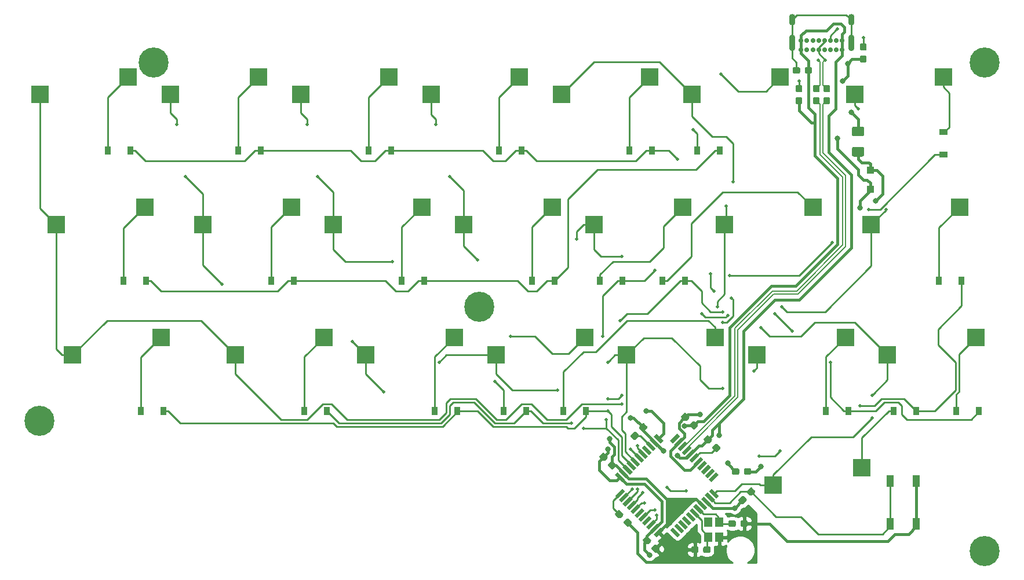
<source format=gbl>
G04 #@! TF.GenerationSoftware,KiCad,Pcbnew,5.1.5*
G04 #@! TF.CreationDate,2019-12-26T05:57:11+09:00*
G04 #@! TF.ProjectId,half_qwerty,68616c66-5f71-4776-9572-74792e6b6963,rev?*
G04 #@! TF.SameCoordinates,Original*
G04 #@! TF.FileFunction,Copper,L2,Bot*
G04 #@! TF.FilePolarity,Positive*
%FSLAX46Y46*%
G04 Gerber Fmt 4.6, Leading zero omitted, Abs format (unit mm)*
G04 Created by KiCad (PCBNEW 5.1.5) date 2019-12-26 05:57:11*
%MOMM*%
%LPD*%
G04 APERTURE LIST*
%ADD10R,1.000000X1.700000*%
%ADD11C,0.700000*%
%ADD12O,0.900000X2.400000*%
%ADD13O,0.900000X1.700000*%
%ADD14R,1.200000X1.400000*%
%ADD15C,0.100000*%
%ADD16R,1.100000X1.100000*%
%ADD17C,4.400000*%
%ADD18R,2.550000X2.500000*%
%ADD19R,0.900000X1.200000*%
%ADD20R,1.200000X0.900000*%
%ADD21C,0.500000*%
%ADD22C,0.800000*%
%ADD23C,0.250000*%
%ADD24C,0.400000*%
%ADD25C,0.200000*%
%ADD26C,0.254000*%
G04 APERTURE END LIST*
D10*
X207650000Y-134962500D03*
X207650000Y-141262500D03*
X211450000Y-134962500D03*
X211450000Y-141262500D03*
D11*
X194627500Y-71882000D03*
X195477500Y-71882000D03*
X196327500Y-71882000D03*
X197177500Y-71882000D03*
X198027500Y-71882000D03*
X198877500Y-71882000D03*
X199727500Y-71882000D03*
X200577500Y-71882000D03*
X195477500Y-70532000D03*
X197177500Y-70532000D03*
X196327500Y-70532000D03*
X194627500Y-70532000D03*
X198877500Y-70532000D03*
X199727500Y-70532000D03*
X200577500Y-70532000D03*
X198027500Y-70532000D03*
D12*
X193277500Y-70902000D03*
X201927500Y-70902000D03*
D13*
X193277500Y-67522000D03*
X201927500Y-67522000D03*
D14*
X182664000Y-143213000D03*
X182664000Y-141013000D03*
X181064000Y-141013000D03*
X181064000Y-143213000D03*
G04 #@! TA.AperFunction,SMDPad,CuDef*
D15*
G36*
X203968779Y-72741144D02*
G01*
X203991834Y-72744563D01*
X204014443Y-72750227D01*
X204036387Y-72758079D01*
X204057457Y-72768044D01*
X204077448Y-72780026D01*
X204096168Y-72793910D01*
X204113438Y-72809562D01*
X204129090Y-72826832D01*
X204142974Y-72845552D01*
X204154956Y-72865543D01*
X204164921Y-72886613D01*
X204172773Y-72908557D01*
X204178437Y-72931166D01*
X204181856Y-72954221D01*
X204183000Y-72977500D01*
X204183000Y-73552500D01*
X204181856Y-73575779D01*
X204178437Y-73598834D01*
X204172773Y-73621443D01*
X204164921Y-73643387D01*
X204154956Y-73664457D01*
X204142974Y-73684448D01*
X204129090Y-73703168D01*
X204113438Y-73720438D01*
X204096168Y-73736090D01*
X204077448Y-73749974D01*
X204057457Y-73761956D01*
X204036387Y-73771921D01*
X204014443Y-73779773D01*
X203991834Y-73785437D01*
X203968779Y-73788856D01*
X203945500Y-73790000D01*
X203470500Y-73790000D01*
X203447221Y-73788856D01*
X203424166Y-73785437D01*
X203401557Y-73779773D01*
X203379613Y-73771921D01*
X203358543Y-73761956D01*
X203338552Y-73749974D01*
X203319832Y-73736090D01*
X203302562Y-73720438D01*
X203286910Y-73703168D01*
X203273026Y-73684448D01*
X203261044Y-73664457D01*
X203251079Y-73643387D01*
X203243227Y-73621443D01*
X203237563Y-73598834D01*
X203234144Y-73575779D01*
X203233000Y-73552500D01*
X203233000Y-72977500D01*
X203234144Y-72954221D01*
X203237563Y-72931166D01*
X203243227Y-72908557D01*
X203251079Y-72886613D01*
X203261044Y-72865543D01*
X203273026Y-72845552D01*
X203286910Y-72826832D01*
X203302562Y-72809562D01*
X203319832Y-72793910D01*
X203338552Y-72780026D01*
X203358543Y-72768044D01*
X203379613Y-72758079D01*
X203401557Y-72750227D01*
X203424166Y-72744563D01*
X203447221Y-72741144D01*
X203470500Y-72740000D01*
X203945500Y-72740000D01*
X203968779Y-72741144D01*
G37*
G04 #@! TD.AperFunction*
G04 #@! TA.AperFunction,SMDPad,CuDef*
G36*
X203968779Y-70991144D02*
G01*
X203991834Y-70994563D01*
X204014443Y-71000227D01*
X204036387Y-71008079D01*
X204057457Y-71018044D01*
X204077448Y-71030026D01*
X204096168Y-71043910D01*
X204113438Y-71059562D01*
X204129090Y-71076832D01*
X204142974Y-71095552D01*
X204154956Y-71115543D01*
X204164921Y-71136613D01*
X204172773Y-71158557D01*
X204178437Y-71181166D01*
X204181856Y-71204221D01*
X204183000Y-71227500D01*
X204183000Y-71802500D01*
X204181856Y-71825779D01*
X204178437Y-71848834D01*
X204172773Y-71871443D01*
X204164921Y-71893387D01*
X204154956Y-71914457D01*
X204142974Y-71934448D01*
X204129090Y-71953168D01*
X204113438Y-71970438D01*
X204096168Y-71986090D01*
X204077448Y-71999974D01*
X204057457Y-72011956D01*
X204036387Y-72021921D01*
X204014443Y-72029773D01*
X203991834Y-72035437D01*
X203968779Y-72038856D01*
X203945500Y-72040000D01*
X203470500Y-72040000D01*
X203447221Y-72038856D01*
X203424166Y-72035437D01*
X203401557Y-72029773D01*
X203379613Y-72021921D01*
X203358543Y-72011956D01*
X203338552Y-71999974D01*
X203319832Y-71986090D01*
X203302562Y-71970438D01*
X203286910Y-71953168D01*
X203273026Y-71934448D01*
X203261044Y-71914457D01*
X203251079Y-71893387D01*
X203243227Y-71871443D01*
X203237563Y-71848834D01*
X203234144Y-71825779D01*
X203233000Y-71802500D01*
X203233000Y-71227500D01*
X203234144Y-71204221D01*
X203237563Y-71181166D01*
X203243227Y-71158557D01*
X203251079Y-71136613D01*
X203261044Y-71115543D01*
X203273026Y-71095552D01*
X203286910Y-71076832D01*
X203302562Y-71059562D01*
X203319832Y-71043910D01*
X203338552Y-71030026D01*
X203358543Y-71018044D01*
X203379613Y-71008079D01*
X203401557Y-71000227D01*
X203424166Y-70994563D01*
X203447221Y-70991144D01*
X203470500Y-70990000D01*
X203945500Y-70990000D01*
X203968779Y-70991144D01*
G37*
G04 #@! TD.AperFunction*
G04 #@! TA.AperFunction,SMDPad,CuDef*
G36*
X194570779Y-78837144D02*
G01*
X194593834Y-78840563D01*
X194616443Y-78846227D01*
X194638387Y-78854079D01*
X194659457Y-78864044D01*
X194679448Y-78876026D01*
X194698168Y-78889910D01*
X194715438Y-78905562D01*
X194731090Y-78922832D01*
X194744974Y-78941552D01*
X194756956Y-78961543D01*
X194766921Y-78982613D01*
X194774773Y-79004557D01*
X194780437Y-79027166D01*
X194783856Y-79050221D01*
X194785000Y-79073500D01*
X194785000Y-79648500D01*
X194783856Y-79671779D01*
X194780437Y-79694834D01*
X194774773Y-79717443D01*
X194766921Y-79739387D01*
X194756956Y-79760457D01*
X194744974Y-79780448D01*
X194731090Y-79799168D01*
X194715438Y-79816438D01*
X194698168Y-79832090D01*
X194679448Y-79845974D01*
X194659457Y-79857956D01*
X194638387Y-79867921D01*
X194616443Y-79875773D01*
X194593834Y-79881437D01*
X194570779Y-79884856D01*
X194547500Y-79886000D01*
X194072500Y-79886000D01*
X194049221Y-79884856D01*
X194026166Y-79881437D01*
X194003557Y-79875773D01*
X193981613Y-79867921D01*
X193960543Y-79857956D01*
X193940552Y-79845974D01*
X193921832Y-79832090D01*
X193904562Y-79816438D01*
X193888910Y-79799168D01*
X193875026Y-79780448D01*
X193863044Y-79760457D01*
X193853079Y-79739387D01*
X193845227Y-79717443D01*
X193839563Y-79694834D01*
X193836144Y-79671779D01*
X193835000Y-79648500D01*
X193835000Y-79073500D01*
X193836144Y-79050221D01*
X193839563Y-79027166D01*
X193845227Y-79004557D01*
X193853079Y-78982613D01*
X193863044Y-78961543D01*
X193875026Y-78941552D01*
X193888910Y-78922832D01*
X193904562Y-78905562D01*
X193921832Y-78889910D01*
X193940552Y-78876026D01*
X193960543Y-78864044D01*
X193981613Y-78854079D01*
X194003557Y-78846227D01*
X194026166Y-78840563D01*
X194049221Y-78837144D01*
X194072500Y-78836000D01*
X194547500Y-78836000D01*
X194570779Y-78837144D01*
G37*
G04 #@! TD.AperFunction*
G04 #@! TA.AperFunction,SMDPad,CuDef*
G36*
X194570779Y-77087144D02*
G01*
X194593834Y-77090563D01*
X194616443Y-77096227D01*
X194638387Y-77104079D01*
X194659457Y-77114044D01*
X194679448Y-77126026D01*
X194698168Y-77139910D01*
X194715438Y-77155562D01*
X194731090Y-77172832D01*
X194744974Y-77191552D01*
X194756956Y-77211543D01*
X194766921Y-77232613D01*
X194774773Y-77254557D01*
X194780437Y-77277166D01*
X194783856Y-77300221D01*
X194785000Y-77323500D01*
X194785000Y-77898500D01*
X194783856Y-77921779D01*
X194780437Y-77944834D01*
X194774773Y-77967443D01*
X194766921Y-77989387D01*
X194756956Y-78010457D01*
X194744974Y-78030448D01*
X194731090Y-78049168D01*
X194715438Y-78066438D01*
X194698168Y-78082090D01*
X194679448Y-78095974D01*
X194659457Y-78107956D01*
X194638387Y-78117921D01*
X194616443Y-78125773D01*
X194593834Y-78131437D01*
X194570779Y-78134856D01*
X194547500Y-78136000D01*
X194072500Y-78136000D01*
X194049221Y-78134856D01*
X194026166Y-78131437D01*
X194003557Y-78125773D01*
X193981613Y-78117921D01*
X193960543Y-78107956D01*
X193940552Y-78095974D01*
X193921832Y-78082090D01*
X193904562Y-78066438D01*
X193888910Y-78049168D01*
X193875026Y-78030448D01*
X193863044Y-78010457D01*
X193853079Y-77989387D01*
X193845227Y-77967443D01*
X193839563Y-77944834D01*
X193836144Y-77921779D01*
X193835000Y-77898500D01*
X193835000Y-77323500D01*
X193836144Y-77300221D01*
X193839563Y-77277166D01*
X193845227Y-77254557D01*
X193853079Y-77232613D01*
X193863044Y-77211543D01*
X193875026Y-77191552D01*
X193888910Y-77172832D01*
X193904562Y-77155562D01*
X193921832Y-77139910D01*
X193940552Y-77126026D01*
X193960543Y-77114044D01*
X193981613Y-77104079D01*
X194003557Y-77096227D01*
X194026166Y-77090563D01*
X194049221Y-77087144D01*
X194072500Y-77086000D01*
X194547500Y-77086000D01*
X194570779Y-77087144D01*
G37*
G04 #@! TD.AperFunction*
G04 #@! TA.AperFunction,SMDPad,CuDef*
G36*
X169262642Y-140473131D02*
G01*
X169285697Y-140476550D01*
X169308306Y-140482214D01*
X169330250Y-140490066D01*
X169351320Y-140500031D01*
X169371311Y-140512013D01*
X169390031Y-140525897D01*
X169407301Y-140541549D01*
X169813887Y-140948135D01*
X169829539Y-140965405D01*
X169843423Y-140984125D01*
X169855405Y-141004116D01*
X169865370Y-141025186D01*
X169873222Y-141047130D01*
X169878886Y-141069739D01*
X169882305Y-141092794D01*
X169883449Y-141116073D01*
X169882305Y-141139352D01*
X169878886Y-141162407D01*
X169873222Y-141185016D01*
X169865370Y-141206960D01*
X169855405Y-141228030D01*
X169843423Y-141248021D01*
X169829539Y-141266741D01*
X169813887Y-141284011D01*
X169478011Y-141619887D01*
X169460741Y-141635539D01*
X169442021Y-141649423D01*
X169422030Y-141661405D01*
X169400960Y-141671370D01*
X169379016Y-141679222D01*
X169356407Y-141684886D01*
X169333352Y-141688305D01*
X169310073Y-141689449D01*
X169286794Y-141688305D01*
X169263739Y-141684886D01*
X169241130Y-141679222D01*
X169219186Y-141671370D01*
X169198116Y-141661405D01*
X169178125Y-141649423D01*
X169159405Y-141635539D01*
X169142135Y-141619887D01*
X168735549Y-141213301D01*
X168719897Y-141196031D01*
X168706013Y-141177311D01*
X168694031Y-141157320D01*
X168684066Y-141136250D01*
X168676214Y-141114306D01*
X168670550Y-141091697D01*
X168667131Y-141068642D01*
X168665987Y-141045363D01*
X168667131Y-141022084D01*
X168670550Y-140999029D01*
X168676214Y-140976420D01*
X168684066Y-140954476D01*
X168694031Y-140933406D01*
X168706013Y-140913415D01*
X168719897Y-140894695D01*
X168735549Y-140877425D01*
X169071425Y-140541549D01*
X169088695Y-140525897D01*
X169107415Y-140512013D01*
X169127406Y-140500031D01*
X169148476Y-140490066D01*
X169170420Y-140482214D01*
X169193029Y-140476550D01*
X169216084Y-140473131D01*
X169239363Y-140471987D01*
X169262642Y-140473131D01*
G37*
G04 #@! TD.AperFunction*
G04 #@! TA.AperFunction,SMDPad,CuDef*
G36*
X168025206Y-139235695D02*
G01*
X168048261Y-139239114D01*
X168070870Y-139244778D01*
X168092814Y-139252630D01*
X168113884Y-139262595D01*
X168133875Y-139274577D01*
X168152595Y-139288461D01*
X168169865Y-139304113D01*
X168576451Y-139710699D01*
X168592103Y-139727969D01*
X168605987Y-139746689D01*
X168617969Y-139766680D01*
X168627934Y-139787750D01*
X168635786Y-139809694D01*
X168641450Y-139832303D01*
X168644869Y-139855358D01*
X168646013Y-139878637D01*
X168644869Y-139901916D01*
X168641450Y-139924971D01*
X168635786Y-139947580D01*
X168627934Y-139969524D01*
X168617969Y-139990594D01*
X168605987Y-140010585D01*
X168592103Y-140029305D01*
X168576451Y-140046575D01*
X168240575Y-140382451D01*
X168223305Y-140398103D01*
X168204585Y-140411987D01*
X168184594Y-140423969D01*
X168163524Y-140433934D01*
X168141580Y-140441786D01*
X168118971Y-140447450D01*
X168095916Y-140450869D01*
X168072637Y-140452013D01*
X168049358Y-140450869D01*
X168026303Y-140447450D01*
X168003694Y-140441786D01*
X167981750Y-140433934D01*
X167960680Y-140423969D01*
X167940689Y-140411987D01*
X167921969Y-140398103D01*
X167904699Y-140382451D01*
X167498113Y-139975865D01*
X167482461Y-139958595D01*
X167468577Y-139939875D01*
X167456595Y-139919884D01*
X167446630Y-139898814D01*
X167438778Y-139876870D01*
X167433114Y-139854261D01*
X167429695Y-139831206D01*
X167428551Y-139807927D01*
X167429695Y-139784648D01*
X167433114Y-139761593D01*
X167438778Y-139738984D01*
X167446630Y-139717040D01*
X167456595Y-139695970D01*
X167468577Y-139675979D01*
X167482461Y-139657259D01*
X167498113Y-139639989D01*
X167833989Y-139304113D01*
X167851259Y-139288461D01*
X167869979Y-139274577D01*
X167889970Y-139262595D01*
X167911040Y-139252630D01*
X167932984Y-139244778D01*
X167955593Y-139239114D01*
X167978648Y-139235695D01*
X168001927Y-139234551D01*
X168025206Y-139235695D01*
G37*
G04 #@! TD.AperFunction*
G04 #@! TA.AperFunction,SMDPad,CuDef*
G36*
X196003779Y-74456144D02*
G01*
X196026834Y-74459563D01*
X196049443Y-74465227D01*
X196071387Y-74473079D01*
X196092457Y-74483044D01*
X196112448Y-74495026D01*
X196131168Y-74508910D01*
X196148438Y-74524562D01*
X196164090Y-74541832D01*
X196177974Y-74560552D01*
X196189956Y-74580543D01*
X196199921Y-74601613D01*
X196207773Y-74623557D01*
X196213437Y-74646166D01*
X196216856Y-74669221D01*
X196218000Y-74692500D01*
X196218000Y-75167500D01*
X196216856Y-75190779D01*
X196213437Y-75213834D01*
X196207773Y-75236443D01*
X196199921Y-75258387D01*
X196189956Y-75279457D01*
X196177974Y-75299448D01*
X196164090Y-75318168D01*
X196148438Y-75335438D01*
X196131168Y-75351090D01*
X196112448Y-75364974D01*
X196092457Y-75376956D01*
X196071387Y-75386921D01*
X196049443Y-75394773D01*
X196026834Y-75400437D01*
X196003779Y-75403856D01*
X195980500Y-75405000D01*
X195405500Y-75405000D01*
X195382221Y-75403856D01*
X195359166Y-75400437D01*
X195336557Y-75394773D01*
X195314613Y-75386921D01*
X195293543Y-75376956D01*
X195273552Y-75364974D01*
X195254832Y-75351090D01*
X195237562Y-75335438D01*
X195221910Y-75318168D01*
X195208026Y-75299448D01*
X195196044Y-75279457D01*
X195186079Y-75258387D01*
X195178227Y-75236443D01*
X195172563Y-75213834D01*
X195169144Y-75190779D01*
X195168000Y-75167500D01*
X195168000Y-74692500D01*
X195169144Y-74669221D01*
X195172563Y-74646166D01*
X195178227Y-74623557D01*
X195186079Y-74601613D01*
X195196044Y-74580543D01*
X195208026Y-74560552D01*
X195221910Y-74541832D01*
X195237562Y-74524562D01*
X195254832Y-74508910D01*
X195273552Y-74495026D01*
X195293543Y-74483044D01*
X195314613Y-74473079D01*
X195336557Y-74465227D01*
X195359166Y-74459563D01*
X195382221Y-74456144D01*
X195405500Y-74455000D01*
X195980500Y-74455000D01*
X196003779Y-74456144D01*
G37*
G04 #@! TD.AperFunction*
G04 #@! TA.AperFunction,SMDPad,CuDef*
G36*
X194253779Y-74456144D02*
G01*
X194276834Y-74459563D01*
X194299443Y-74465227D01*
X194321387Y-74473079D01*
X194342457Y-74483044D01*
X194362448Y-74495026D01*
X194381168Y-74508910D01*
X194398438Y-74524562D01*
X194414090Y-74541832D01*
X194427974Y-74560552D01*
X194439956Y-74580543D01*
X194449921Y-74601613D01*
X194457773Y-74623557D01*
X194463437Y-74646166D01*
X194466856Y-74669221D01*
X194468000Y-74692500D01*
X194468000Y-75167500D01*
X194466856Y-75190779D01*
X194463437Y-75213834D01*
X194457773Y-75236443D01*
X194449921Y-75258387D01*
X194439956Y-75279457D01*
X194427974Y-75299448D01*
X194414090Y-75318168D01*
X194398438Y-75335438D01*
X194381168Y-75351090D01*
X194362448Y-75364974D01*
X194342457Y-75376956D01*
X194321387Y-75386921D01*
X194299443Y-75394773D01*
X194276834Y-75400437D01*
X194253779Y-75403856D01*
X194230500Y-75405000D01*
X193655500Y-75405000D01*
X193632221Y-75403856D01*
X193609166Y-75400437D01*
X193586557Y-75394773D01*
X193564613Y-75386921D01*
X193543543Y-75376956D01*
X193523552Y-75364974D01*
X193504832Y-75351090D01*
X193487562Y-75335438D01*
X193471910Y-75318168D01*
X193458026Y-75299448D01*
X193446044Y-75279457D01*
X193436079Y-75258387D01*
X193428227Y-75236443D01*
X193422563Y-75213834D01*
X193419144Y-75190779D01*
X193418000Y-75167500D01*
X193418000Y-74692500D01*
X193419144Y-74669221D01*
X193422563Y-74646166D01*
X193428227Y-74623557D01*
X193436079Y-74601613D01*
X193446044Y-74580543D01*
X193458026Y-74560552D01*
X193471910Y-74541832D01*
X193487562Y-74524562D01*
X193504832Y-74508910D01*
X193523552Y-74495026D01*
X193543543Y-74483044D01*
X193564613Y-74473079D01*
X193586557Y-74465227D01*
X193609166Y-74459563D01*
X193632221Y-74456144D01*
X193655500Y-74455000D01*
X194230500Y-74455000D01*
X194253779Y-74456144D01*
G37*
G04 #@! TD.AperFunction*
G04 #@! TA.AperFunction,SMDPad,CuDef*
G36*
X198634779Y-77087144D02*
G01*
X198657834Y-77090563D01*
X198680443Y-77096227D01*
X198702387Y-77104079D01*
X198723457Y-77114044D01*
X198743448Y-77126026D01*
X198762168Y-77139910D01*
X198779438Y-77155562D01*
X198795090Y-77172832D01*
X198808974Y-77191552D01*
X198820956Y-77211543D01*
X198830921Y-77232613D01*
X198838773Y-77254557D01*
X198844437Y-77277166D01*
X198847856Y-77300221D01*
X198849000Y-77323500D01*
X198849000Y-77898500D01*
X198847856Y-77921779D01*
X198844437Y-77944834D01*
X198838773Y-77967443D01*
X198830921Y-77989387D01*
X198820956Y-78010457D01*
X198808974Y-78030448D01*
X198795090Y-78049168D01*
X198779438Y-78066438D01*
X198762168Y-78082090D01*
X198743448Y-78095974D01*
X198723457Y-78107956D01*
X198702387Y-78117921D01*
X198680443Y-78125773D01*
X198657834Y-78131437D01*
X198634779Y-78134856D01*
X198611500Y-78136000D01*
X198136500Y-78136000D01*
X198113221Y-78134856D01*
X198090166Y-78131437D01*
X198067557Y-78125773D01*
X198045613Y-78117921D01*
X198024543Y-78107956D01*
X198004552Y-78095974D01*
X197985832Y-78082090D01*
X197968562Y-78066438D01*
X197952910Y-78049168D01*
X197939026Y-78030448D01*
X197927044Y-78010457D01*
X197917079Y-77989387D01*
X197909227Y-77967443D01*
X197903563Y-77944834D01*
X197900144Y-77921779D01*
X197899000Y-77898500D01*
X197899000Y-77323500D01*
X197900144Y-77300221D01*
X197903563Y-77277166D01*
X197909227Y-77254557D01*
X197917079Y-77232613D01*
X197927044Y-77211543D01*
X197939026Y-77191552D01*
X197952910Y-77172832D01*
X197968562Y-77155562D01*
X197985832Y-77139910D01*
X198004552Y-77126026D01*
X198024543Y-77114044D01*
X198045613Y-77104079D01*
X198067557Y-77096227D01*
X198090166Y-77090563D01*
X198113221Y-77087144D01*
X198136500Y-77086000D01*
X198611500Y-77086000D01*
X198634779Y-77087144D01*
G37*
G04 #@! TD.AperFunction*
G04 #@! TA.AperFunction,SMDPad,CuDef*
G36*
X198634779Y-78837144D02*
G01*
X198657834Y-78840563D01*
X198680443Y-78846227D01*
X198702387Y-78854079D01*
X198723457Y-78864044D01*
X198743448Y-78876026D01*
X198762168Y-78889910D01*
X198779438Y-78905562D01*
X198795090Y-78922832D01*
X198808974Y-78941552D01*
X198820956Y-78961543D01*
X198830921Y-78982613D01*
X198838773Y-79004557D01*
X198844437Y-79027166D01*
X198847856Y-79050221D01*
X198849000Y-79073500D01*
X198849000Y-79648500D01*
X198847856Y-79671779D01*
X198844437Y-79694834D01*
X198838773Y-79717443D01*
X198830921Y-79739387D01*
X198820956Y-79760457D01*
X198808974Y-79780448D01*
X198795090Y-79799168D01*
X198779438Y-79816438D01*
X198762168Y-79832090D01*
X198743448Y-79845974D01*
X198723457Y-79857956D01*
X198702387Y-79867921D01*
X198680443Y-79875773D01*
X198657834Y-79881437D01*
X198634779Y-79884856D01*
X198611500Y-79886000D01*
X198136500Y-79886000D01*
X198113221Y-79884856D01*
X198090166Y-79881437D01*
X198067557Y-79875773D01*
X198045613Y-79867921D01*
X198024543Y-79857956D01*
X198004552Y-79845974D01*
X197985832Y-79832090D01*
X197968562Y-79816438D01*
X197952910Y-79799168D01*
X197939026Y-79780448D01*
X197927044Y-79760457D01*
X197917079Y-79739387D01*
X197909227Y-79717443D01*
X197903563Y-79694834D01*
X197900144Y-79671779D01*
X197899000Y-79648500D01*
X197899000Y-79073500D01*
X197900144Y-79050221D01*
X197903563Y-79027166D01*
X197909227Y-79004557D01*
X197917079Y-78982613D01*
X197927044Y-78961543D01*
X197939026Y-78941552D01*
X197952910Y-78922832D01*
X197968562Y-78905562D01*
X197985832Y-78889910D01*
X198004552Y-78876026D01*
X198024543Y-78864044D01*
X198045613Y-78854079D01*
X198067557Y-78846227D01*
X198090166Y-78840563D01*
X198113221Y-78837144D01*
X198136500Y-78836000D01*
X198611500Y-78836000D01*
X198634779Y-78837144D01*
G37*
G04 #@! TD.AperFunction*
G04 #@! TA.AperFunction,SMDPad,CuDef*
G36*
X187367352Y-135933695D02*
G01*
X187390407Y-135937114D01*
X187413016Y-135942778D01*
X187434960Y-135950630D01*
X187456030Y-135960595D01*
X187476021Y-135972577D01*
X187494741Y-135986461D01*
X187512011Y-136002113D01*
X187847887Y-136337989D01*
X187863539Y-136355259D01*
X187877423Y-136373979D01*
X187889405Y-136393970D01*
X187899370Y-136415040D01*
X187907222Y-136436984D01*
X187912886Y-136459593D01*
X187916305Y-136482648D01*
X187917449Y-136505927D01*
X187916305Y-136529206D01*
X187912886Y-136552261D01*
X187907222Y-136574870D01*
X187899370Y-136596814D01*
X187889405Y-136617884D01*
X187877423Y-136637875D01*
X187863539Y-136656595D01*
X187847887Y-136673865D01*
X187441301Y-137080451D01*
X187424031Y-137096103D01*
X187405311Y-137109987D01*
X187385320Y-137121969D01*
X187364250Y-137131934D01*
X187342306Y-137139786D01*
X187319697Y-137145450D01*
X187296642Y-137148869D01*
X187273363Y-137150013D01*
X187250084Y-137148869D01*
X187227029Y-137145450D01*
X187204420Y-137139786D01*
X187182476Y-137131934D01*
X187161406Y-137121969D01*
X187141415Y-137109987D01*
X187122695Y-137096103D01*
X187105425Y-137080451D01*
X186769549Y-136744575D01*
X186753897Y-136727305D01*
X186740013Y-136708585D01*
X186728031Y-136688594D01*
X186718066Y-136667524D01*
X186710214Y-136645580D01*
X186704550Y-136622971D01*
X186701131Y-136599916D01*
X186699987Y-136576637D01*
X186701131Y-136553358D01*
X186704550Y-136530303D01*
X186710214Y-136507694D01*
X186718066Y-136485750D01*
X186728031Y-136464680D01*
X186740013Y-136444689D01*
X186753897Y-136425969D01*
X186769549Y-136408699D01*
X187176135Y-136002113D01*
X187193405Y-135986461D01*
X187212125Y-135972577D01*
X187232116Y-135960595D01*
X187253186Y-135950630D01*
X187275130Y-135942778D01*
X187297739Y-135937114D01*
X187320794Y-135933695D01*
X187344073Y-135932551D01*
X187367352Y-135933695D01*
G37*
G04 #@! TD.AperFunction*
G04 #@! TA.AperFunction,SMDPad,CuDef*
G36*
X186129916Y-137171131D02*
G01*
X186152971Y-137174550D01*
X186175580Y-137180214D01*
X186197524Y-137188066D01*
X186218594Y-137198031D01*
X186238585Y-137210013D01*
X186257305Y-137223897D01*
X186274575Y-137239549D01*
X186610451Y-137575425D01*
X186626103Y-137592695D01*
X186639987Y-137611415D01*
X186651969Y-137631406D01*
X186661934Y-137652476D01*
X186669786Y-137674420D01*
X186675450Y-137697029D01*
X186678869Y-137720084D01*
X186680013Y-137743363D01*
X186678869Y-137766642D01*
X186675450Y-137789697D01*
X186669786Y-137812306D01*
X186661934Y-137834250D01*
X186651969Y-137855320D01*
X186639987Y-137875311D01*
X186626103Y-137894031D01*
X186610451Y-137911301D01*
X186203865Y-138317887D01*
X186186595Y-138333539D01*
X186167875Y-138347423D01*
X186147884Y-138359405D01*
X186126814Y-138369370D01*
X186104870Y-138377222D01*
X186082261Y-138382886D01*
X186059206Y-138386305D01*
X186035927Y-138387449D01*
X186012648Y-138386305D01*
X185989593Y-138382886D01*
X185966984Y-138377222D01*
X185945040Y-138369370D01*
X185923970Y-138359405D01*
X185903979Y-138347423D01*
X185885259Y-138333539D01*
X185867989Y-138317887D01*
X185532113Y-137982011D01*
X185516461Y-137964741D01*
X185502577Y-137946021D01*
X185490595Y-137926030D01*
X185480630Y-137904960D01*
X185472778Y-137883016D01*
X185467114Y-137860407D01*
X185463695Y-137837352D01*
X185462551Y-137814073D01*
X185463695Y-137790794D01*
X185467114Y-137767739D01*
X185472778Y-137745130D01*
X185480630Y-137723186D01*
X185490595Y-137702116D01*
X185502577Y-137682125D01*
X185516461Y-137663405D01*
X185532113Y-137646135D01*
X185938699Y-137239549D01*
X185955969Y-137223897D01*
X185974689Y-137210013D01*
X185994680Y-137198031D01*
X186015750Y-137188066D01*
X186037694Y-137180214D01*
X186060303Y-137174550D01*
X186083358Y-137171131D01*
X186106637Y-137169987D01*
X186129916Y-137171131D01*
G37*
G04 #@! TD.AperFunction*
G04 #@! TA.AperFunction,SMDPad,CuDef*
G36*
X197110779Y-77087144D02*
G01*
X197133834Y-77090563D01*
X197156443Y-77096227D01*
X197178387Y-77104079D01*
X197199457Y-77114044D01*
X197219448Y-77126026D01*
X197238168Y-77139910D01*
X197255438Y-77155562D01*
X197271090Y-77172832D01*
X197284974Y-77191552D01*
X197296956Y-77211543D01*
X197306921Y-77232613D01*
X197314773Y-77254557D01*
X197320437Y-77277166D01*
X197323856Y-77300221D01*
X197325000Y-77323500D01*
X197325000Y-77898500D01*
X197323856Y-77921779D01*
X197320437Y-77944834D01*
X197314773Y-77967443D01*
X197306921Y-77989387D01*
X197296956Y-78010457D01*
X197284974Y-78030448D01*
X197271090Y-78049168D01*
X197255438Y-78066438D01*
X197238168Y-78082090D01*
X197219448Y-78095974D01*
X197199457Y-78107956D01*
X197178387Y-78117921D01*
X197156443Y-78125773D01*
X197133834Y-78131437D01*
X197110779Y-78134856D01*
X197087500Y-78136000D01*
X196612500Y-78136000D01*
X196589221Y-78134856D01*
X196566166Y-78131437D01*
X196543557Y-78125773D01*
X196521613Y-78117921D01*
X196500543Y-78107956D01*
X196480552Y-78095974D01*
X196461832Y-78082090D01*
X196444562Y-78066438D01*
X196428910Y-78049168D01*
X196415026Y-78030448D01*
X196403044Y-78010457D01*
X196393079Y-77989387D01*
X196385227Y-77967443D01*
X196379563Y-77944834D01*
X196376144Y-77921779D01*
X196375000Y-77898500D01*
X196375000Y-77323500D01*
X196376144Y-77300221D01*
X196379563Y-77277166D01*
X196385227Y-77254557D01*
X196393079Y-77232613D01*
X196403044Y-77211543D01*
X196415026Y-77191552D01*
X196428910Y-77172832D01*
X196444562Y-77155562D01*
X196461832Y-77139910D01*
X196480552Y-77126026D01*
X196500543Y-77114044D01*
X196521613Y-77104079D01*
X196543557Y-77096227D01*
X196566166Y-77090563D01*
X196589221Y-77087144D01*
X196612500Y-77086000D01*
X197087500Y-77086000D01*
X197110779Y-77087144D01*
G37*
G04 #@! TD.AperFunction*
G04 #@! TA.AperFunction,SMDPad,CuDef*
G36*
X197110779Y-78837144D02*
G01*
X197133834Y-78840563D01*
X197156443Y-78846227D01*
X197178387Y-78854079D01*
X197199457Y-78864044D01*
X197219448Y-78876026D01*
X197238168Y-78889910D01*
X197255438Y-78905562D01*
X197271090Y-78922832D01*
X197284974Y-78941552D01*
X197296956Y-78961543D01*
X197306921Y-78982613D01*
X197314773Y-79004557D01*
X197320437Y-79027166D01*
X197323856Y-79050221D01*
X197325000Y-79073500D01*
X197325000Y-79648500D01*
X197323856Y-79671779D01*
X197320437Y-79694834D01*
X197314773Y-79717443D01*
X197306921Y-79739387D01*
X197296956Y-79760457D01*
X197284974Y-79780448D01*
X197271090Y-79799168D01*
X197255438Y-79816438D01*
X197238168Y-79832090D01*
X197219448Y-79845974D01*
X197199457Y-79857956D01*
X197178387Y-79867921D01*
X197156443Y-79875773D01*
X197133834Y-79881437D01*
X197110779Y-79884856D01*
X197087500Y-79886000D01*
X196612500Y-79886000D01*
X196589221Y-79884856D01*
X196566166Y-79881437D01*
X196543557Y-79875773D01*
X196521613Y-79867921D01*
X196500543Y-79857956D01*
X196480552Y-79845974D01*
X196461832Y-79832090D01*
X196444562Y-79816438D01*
X196428910Y-79799168D01*
X196415026Y-79780448D01*
X196403044Y-79760457D01*
X196393079Y-79739387D01*
X196385227Y-79717443D01*
X196379563Y-79694834D01*
X196376144Y-79671779D01*
X196375000Y-79648500D01*
X196375000Y-79073500D01*
X196376144Y-79050221D01*
X196379563Y-79027166D01*
X196385227Y-79004557D01*
X196393079Y-78982613D01*
X196403044Y-78961543D01*
X196415026Y-78941552D01*
X196428910Y-78922832D01*
X196444562Y-78905562D01*
X196461832Y-78889910D01*
X196480552Y-78876026D01*
X196500543Y-78864044D01*
X196521613Y-78854079D01*
X196543557Y-78846227D01*
X196566166Y-78840563D01*
X196589221Y-78837144D01*
X196612500Y-78836000D01*
X197087500Y-78836000D01*
X197110779Y-78837144D01*
G37*
G04 #@! TD.AperFunction*
G04 #@! TA.AperFunction,SMDPad,CuDef*
G36*
X203595504Y-83145204D02*
G01*
X203619773Y-83148804D01*
X203643571Y-83154765D01*
X203666671Y-83163030D01*
X203688849Y-83173520D01*
X203709893Y-83186133D01*
X203729598Y-83200747D01*
X203747777Y-83217223D01*
X203764253Y-83235402D01*
X203778867Y-83255107D01*
X203791480Y-83276151D01*
X203801970Y-83298329D01*
X203810235Y-83321429D01*
X203816196Y-83345227D01*
X203819796Y-83369496D01*
X203821000Y-83394000D01*
X203821000Y-84319000D01*
X203819796Y-84343504D01*
X203816196Y-84367773D01*
X203810235Y-84391571D01*
X203801970Y-84414671D01*
X203791480Y-84436849D01*
X203778867Y-84457893D01*
X203764253Y-84477598D01*
X203747777Y-84495777D01*
X203729598Y-84512253D01*
X203709893Y-84526867D01*
X203688849Y-84539480D01*
X203666671Y-84549970D01*
X203643571Y-84558235D01*
X203619773Y-84564196D01*
X203595504Y-84567796D01*
X203571000Y-84569000D01*
X202321000Y-84569000D01*
X202296496Y-84567796D01*
X202272227Y-84564196D01*
X202248429Y-84558235D01*
X202225329Y-84549970D01*
X202203151Y-84539480D01*
X202182107Y-84526867D01*
X202162402Y-84512253D01*
X202144223Y-84495777D01*
X202127747Y-84477598D01*
X202113133Y-84457893D01*
X202100520Y-84436849D01*
X202090030Y-84414671D01*
X202081765Y-84391571D01*
X202075804Y-84367773D01*
X202072204Y-84343504D01*
X202071000Y-84319000D01*
X202071000Y-83394000D01*
X202072204Y-83369496D01*
X202075804Y-83345227D01*
X202081765Y-83321429D01*
X202090030Y-83298329D01*
X202100520Y-83276151D01*
X202113133Y-83255107D01*
X202127747Y-83235402D01*
X202144223Y-83217223D01*
X202162402Y-83200747D01*
X202182107Y-83186133D01*
X202203151Y-83173520D01*
X202225329Y-83163030D01*
X202248429Y-83154765D01*
X202272227Y-83148804D01*
X202296496Y-83145204D01*
X202321000Y-83144000D01*
X203571000Y-83144000D01*
X203595504Y-83145204D01*
G37*
G04 #@! TD.AperFunction*
G04 #@! TA.AperFunction,SMDPad,CuDef*
G36*
X203595504Y-86120204D02*
G01*
X203619773Y-86123804D01*
X203643571Y-86129765D01*
X203666671Y-86138030D01*
X203688849Y-86148520D01*
X203709893Y-86161133D01*
X203729598Y-86175747D01*
X203747777Y-86192223D01*
X203764253Y-86210402D01*
X203778867Y-86230107D01*
X203791480Y-86251151D01*
X203801970Y-86273329D01*
X203810235Y-86296429D01*
X203816196Y-86320227D01*
X203819796Y-86344496D01*
X203821000Y-86369000D01*
X203821000Y-87294000D01*
X203819796Y-87318504D01*
X203816196Y-87342773D01*
X203810235Y-87366571D01*
X203801970Y-87389671D01*
X203791480Y-87411849D01*
X203778867Y-87432893D01*
X203764253Y-87452598D01*
X203747777Y-87470777D01*
X203729598Y-87487253D01*
X203709893Y-87501867D01*
X203688849Y-87514480D01*
X203666671Y-87524970D01*
X203643571Y-87533235D01*
X203619773Y-87539196D01*
X203595504Y-87542796D01*
X203571000Y-87544000D01*
X202321000Y-87544000D01*
X202296496Y-87542796D01*
X202272227Y-87539196D01*
X202248429Y-87533235D01*
X202225329Y-87524970D01*
X202203151Y-87514480D01*
X202182107Y-87501867D01*
X202162402Y-87487253D01*
X202144223Y-87470777D01*
X202127747Y-87452598D01*
X202113133Y-87432893D01*
X202100520Y-87411849D01*
X202090030Y-87389671D01*
X202081765Y-87366571D01*
X202075804Y-87342773D01*
X202072204Y-87318504D01*
X202071000Y-87294000D01*
X202071000Y-86369000D01*
X202072204Y-86344496D01*
X202075804Y-86320227D01*
X202081765Y-86296429D01*
X202090030Y-86273329D01*
X202100520Y-86251151D01*
X202113133Y-86230107D01*
X202127747Y-86210402D01*
X202144223Y-86192223D01*
X202162402Y-86175747D01*
X202182107Y-86161133D01*
X202203151Y-86148520D01*
X202225329Y-86138030D01*
X202248429Y-86129765D01*
X202272227Y-86123804D01*
X202296496Y-86120204D01*
X202321000Y-86119000D01*
X203571000Y-86119000D01*
X203595504Y-86120204D01*
G37*
G04 #@! TD.AperFunction*
D16*
X204724000Y-89532000D03*
X204724000Y-92332000D03*
G04 #@! TA.AperFunction,SMDPad,CuDef*
D15*
G36*
X185363779Y-133130144D02*
G01*
X185386834Y-133133563D01*
X185409443Y-133139227D01*
X185431387Y-133147079D01*
X185452457Y-133157044D01*
X185472448Y-133169026D01*
X185491168Y-133182910D01*
X185508438Y-133198562D01*
X185524090Y-133215832D01*
X185537974Y-133234552D01*
X185549956Y-133254543D01*
X185559921Y-133275613D01*
X185567773Y-133297557D01*
X185573437Y-133320166D01*
X185576856Y-133343221D01*
X185578000Y-133366500D01*
X185578000Y-133841500D01*
X185576856Y-133864779D01*
X185573437Y-133887834D01*
X185567773Y-133910443D01*
X185559921Y-133932387D01*
X185549956Y-133953457D01*
X185537974Y-133973448D01*
X185524090Y-133992168D01*
X185508438Y-134009438D01*
X185491168Y-134025090D01*
X185472448Y-134038974D01*
X185452457Y-134050956D01*
X185431387Y-134060921D01*
X185409443Y-134068773D01*
X185386834Y-134074437D01*
X185363779Y-134077856D01*
X185340500Y-134079000D01*
X184765500Y-134079000D01*
X184742221Y-134077856D01*
X184719166Y-134074437D01*
X184696557Y-134068773D01*
X184674613Y-134060921D01*
X184653543Y-134050956D01*
X184633552Y-134038974D01*
X184614832Y-134025090D01*
X184597562Y-134009438D01*
X184581910Y-133992168D01*
X184568026Y-133973448D01*
X184556044Y-133953457D01*
X184546079Y-133932387D01*
X184538227Y-133910443D01*
X184532563Y-133887834D01*
X184529144Y-133864779D01*
X184528000Y-133841500D01*
X184528000Y-133366500D01*
X184529144Y-133343221D01*
X184532563Y-133320166D01*
X184538227Y-133297557D01*
X184546079Y-133275613D01*
X184556044Y-133254543D01*
X184568026Y-133234552D01*
X184581910Y-133215832D01*
X184597562Y-133198562D01*
X184614832Y-133182910D01*
X184633552Y-133169026D01*
X184653543Y-133157044D01*
X184674613Y-133147079D01*
X184696557Y-133139227D01*
X184719166Y-133133563D01*
X184742221Y-133130144D01*
X184765500Y-133129000D01*
X185340500Y-133129000D01*
X185363779Y-133130144D01*
G37*
G04 #@! TD.AperFunction*
G04 #@! TA.AperFunction,SMDPad,CuDef*
G36*
X187113779Y-133130144D02*
G01*
X187136834Y-133133563D01*
X187159443Y-133139227D01*
X187181387Y-133147079D01*
X187202457Y-133157044D01*
X187222448Y-133169026D01*
X187241168Y-133182910D01*
X187258438Y-133198562D01*
X187274090Y-133215832D01*
X187287974Y-133234552D01*
X187299956Y-133254543D01*
X187309921Y-133275613D01*
X187317773Y-133297557D01*
X187323437Y-133320166D01*
X187326856Y-133343221D01*
X187328000Y-133366500D01*
X187328000Y-133841500D01*
X187326856Y-133864779D01*
X187323437Y-133887834D01*
X187317773Y-133910443D01*
X187309921Y-133932387D01*
X187299956Y-133953457D01*
X187287974Y-133973448D01*
X187274090Y-133992168D01*
X187258438Y-134009438D01*
X187241168Y-134025090D01*
X187222448Y-134038974D01*
X187202457Y-134050956D01*
X187181387Y-134060921D01*
X187159443Y-134068773D01*
X187136834Y-134074437D01*
X187113779Y-134077856D01*
X187090500Y-134079000D01*
X186515500Y-134079000D01*
X186492221Y-134077856D01*
X186469166Y-134074437D01*
X186446557Y-134068773D01*
X186424613Y-134060921D01*
X186403543Y-134050956D01*
X186383552Y-134038974D01*
X186364832Y-134025090D01*
X186347562Y-134009438D01*
X186331910Y-133992168D01*
X186318026Y-133973448D01*
X186306044Y-133953457D01*
X186296079Y-133932387D01*
X186288227Y-133910443D01*
X186282563Y-133887834D01*
X186279144Y-133864779D01*
X186278000Y-133841500D01*
X186278000Y-133366500D01*
X186279144Y-133343221D01*
X186282563Y-133320166D01*
X186288227Y-133297557D01*
X186296079Y-133275613D01*
X186306044Y-133254543D01*
X186318026Y-133234552D01*
X186331910Y-133215832D01*
X186347562Y-133198562D01*
X186364832Y-133182910D01*
X186383552Y-133169026D01*
X186403543Y-133157044D01*
X186424613Y-133147079D01*
X186446557Y-133139227D01*
X186469166Y-133133563D01*
X186492221Y-133130144D01*
X186515500Y-133129000D01*
X187090500Y-133129000D01*
X187113779Y-133130144D01*
G37*
G04 #@! TD.AperFunction*
G04 #@! TA.AperFunction,SMDPad,CuDef*
G36*
X166976642Y-132091131D02*
G01*
X166999697Y-132094550D01*
X167022306Y-132100214D01*
X167044250Y-132108066D01*
X167065320Y-132118031D01*
X167085311Y-132130013D01*
X167104031Y-132143897D01*
X167121301Y-132159549D01*
X167527887Y-132566135D01*
X167543539Y-132583405D01*
X167557423Y-132602125D01*
X167569405Y-132622116D01*
X167579370Y-132643186D01*
X167587222Y-132665130D01*
X167592886Y-132687739D01*
X167596305Y-132710794D01*
X167597449Y-132734073D01*
X167596305Y-132757352D01*
X167592886Y-132780407D01*
X167587222Y-132803016D01*
X167579370Y-132824960D01*
X167569405Y-132846030D01*
X167557423Y-132866021D01*
X167543539Y-132884741D01*
X167527887Y-132902011D01*
X167192011Y-133237887D01*
X167174741Y-133253539D01*
X167156021Y-133267423D01*
X167136030Y-133279405D01*
X167114960Y-133289370D01*
X167093016Y-133297222D01*
X167070407Y-133302886D01*
X167047352Y-133306305D01*
X167024073Y-133307449D01*
X167000794Y-133306305D01*
X166977739Y-133302886D01*
X166955130Y-133297222D01*
X166933186Y-133289370D01*
X166912116Y-133279405D01*
X166892125Y-133267423D01*
X166873405Y-133253539D01*
X166856135Y-133237887D01*
X166449549Y-132831301D01*
X166433897Y-132814031D01*
X166420013Y-132795311D01*
X166408031Y-132775320D01*
X166398066Y-132754250D01*
X166390214Y-132732306D01*
X166384550Y-132709697D01*
X166381131Y-132686642D01*
X166379987Y-132663363D01*
X166381131Y-132640084D01*
X166384550Y-132617029D01*
X166390214Y-132594420D01*
X166398066Y-132572476D01*
X166408031Y-132551406D01*
X166420013Y-132531415D01*
X166433897Y-132512695D01*
X166449549Y-132495425D01*
X166785425Y-132159549D01*
X166802695Y-132143897D01*
X166821415Y-132130013D01*
X166841406Y-132118031D01*
X166862476Y-132108066D01*
X166884420Y-132100214D01*
X166907029Y-132094550D01*
X166930084Y-132091131D01*
X166953363Y-132089987D01*
X166976642Y-132091131D01*
G37*
G04 #@! TD.AperFunction*
G04 #@! TA.AperFunction,SMDPad,CuDef*
G36*
X165739206Y-130853695D02*
G01*
X165762261Y-130857114D01*
X165784870Y-130862778D01*
X165806814Y-130870630D01*
X165827884Y-130880595D01*
X165847875Y-130892577D01*
X165866595Y-130906461D01*
X165883865Y-130922113D01*
X166290451Y-131328699D01*
X166306103Y-131345969D01*
X166319987Y-131364689D01*
X166331969Y-131384680D01*
X166341934Y-131405750D01*
X166349786Y-131427694D01*
X166355450Y-131450303D01*
X166358869Y-131473358D01*
X166360013Y-131496637D01*
X166358869Y-131519916D01*
X166355450Y-131542971D01*
X166349786Y-131565580D01*
X166341934Y-131587524D01*
X166331969Y-131608594D01*
X166319987Y-131628585D01*
X166306103Y-131647305D01*
X166290451Y-131664575D01*
X165954575Y-132000451D01*
X165937305Y-132016103D01*
X165918585Y-132029987D01*
X165898594Y-132041969D01*
X165877524Y-132051934D01*
X165855580Y-132059786D01*
X165832971Y-132065450D01*
X165809916Y-132068869D01*
X165786637Y-132070013D01*
X165763358Y-132068869D01*
X165740303Y-132065450D01*
X165717694Y-132059786D01*
X165695750Y-132051934D01*
X165674680Y-132041969D01*
X165654689Y-132029987D01*
X165635969Y-132016103D01*
X165618699Y-132000451D01*
X165212113Y-131593865D01*
X165196461Y-131576595D01*
X165182577Y-131557875D01*
X165170595Y-131537884D01*
X165160630Y-131516814D01*
X165152778Y-131494870D01*
X165147114Y-131472261D01*
X165143695Y-131449206D01*
X165142551Y-131425927D01*
X165143695Y-131402648D01*
X165147114Y-131379593D01*
X165152778Y-131356984D01*
X165160630Y-131335040D01*
X165170595Y-131313970D01*
X165182577Y-131293979D01*
X165196461Y-131275259D01*
X165212113Y-131257989D01*
X165547989Y-130922113D01*
X165565259Y-130906461D01*
X165583979Y-130892577D01*
X165603970Y-130880595D01*
X165625040Y-130870630D01*
X165646984Y-130862778D01*
X165669593Y-130857114D01*
X165692648Y-130853695D01*
X165715927Y-130852551D01*
X165739206Y-130853695D01*
G37*
G04 #@! TD.AperFunction*
G04 #@! TA.AperFunction,SMDPad,CuDef*
G36*
X178914642Y-126249131D02*
G01*
X178937697Y-126252550D01*
X178960306Y-126258214D01*
X178982250Y-126266066D01*
X179003320Y-126276031D01*
X179023311Y-126288013D01*
X179042031Y-126301897D01*
X179059301Y-126317549D01*
X179465887Y-126724135D01*
X179481539Y-126741405D01*
X179495423Y-126760125D01*
X179507405Y-126780116D01*
X179517370Y-126801186D01*
X179525222Y-126823130D01*
X179530886Y-126845739D01*
X179534305Y-126868794D01*
X179535449Y-126892073D01*
X179534305Y-126915352D01*
X179530886Y-126938407D01*
X179525222Y-126961016D01*
X179517370Y-126982960D01*
X179507405Y-127004030D01*
X179495423Y-127024021D01*
X179481539Y-127042741D01*
X179465887Y-127060011D01*
X179130011Y-127395887D01*
X179112741Y-127411539D01*
X179094021Y-127425423D01*
X179074030Y-127437405D01*
X179052960Y-127447370D01*
X179031016Y-127455222D01*
X179008407Y-127460886D01*
X178985352Y-127464305D01*
X178962073Y-127465449D01*
X178938794Y-127464305D01*
X178915739Y-127460886D01*
X178893130Y-127455222D01*
X178871186Y-127447370D01*
X178850116Y-127437405D01*
X178830125Y-127425423D01*
X178811405Y-127411539D01*
X178794135Y-127395887D01*
X178387549Y-126989301D01*
X178371897Y-126972031D01*
X178358013Y-126953311D01*
X178346031Y-126933320D01*
X178336066Y-126912250D01*
X178328214Y-126890306D01*
X178322550Y-126867697D01*
X178319131Y-126844642D01*
X178317987Y-126821363D01*
X178319131Y-126798084D01*
X178322550Y-126775029D01*
X178328214Y-126752420D01*
X178336066Y-126730476D01*
X178346031Y-126709406D01*
X178358013Y-126689415D01*
X178371897Y-126670695D01*
X178387549Y-126653425D01*
X178723425Y-126317549D01*
X178740695Y-126301897D01*
X178759415Y-126288013D01*
X178779406Y-126276031D01*
X178800476Y-126266066D01*
X178822420Y-126258214D01*
X178845029Y-126252550D01*
X178868084Y-126249131D01*
X178891363Y-126247987D01*
X178914642Y-126249131D01*
G37*
G04 #@! TD.AperFunction*
G04 #@! TA.AperFunction,SMDPad,CuDef*
G36*
X177677206Y-125011695D02*
G01*
X177700261Y-125015114D01*
X177722870Y-125020778D01*
X177744814Y-125028630D01*
X177765884Y-125038595D01*
X177785875Y-125050577D01*
X177804595Y-125064461D01*
X177821865Y-125080113D01*
X178228451Y-125486699D01*
X178244103Y-125503969D01*
X178257987Y-125522689D01*
X178269969Y-125542680D01*
X178279934Y-125563750D01*
X178287786Y-125585694D01*
X178293450Y-125608303D01*
X178296869Y-125631358D01*
X178298013Y-125654637D01*
X178296869Y-125677916D01*
X178293450Y-125700971D01*
X178287786Y-125723580D01*
X178279934Y-125745524D01*
X178269969Y-125766594D01*
X178257987Y-125786585D01*
X178244103Y-125805305D01*
X178228451Y-125822575D01*
X177892575Y-126158451D01*
X177875305Y-126174103D01*
X177856585Y-126187987D01*
X177836594Y-126199969D01*
X177815524Y-126209934D01*
X177793580Y-126217786D01*
X177770971Y-126223450D01*
X177747916Y-126226869D01*
X177724637Y-126228013D01*
X177701358Y-126226869D01*
X177678303Y-126223450D01*
X177655694Y-126217786D01*
X177633750Y-126209934D01*
X177612680Y-126199969D01*
X177592689Y-126187987D01*
X177573969Y-126174103D01*
X177556699Y-126158451D01*
X177150113Y-125751865D01*
X177134461Y-125734595D01*
X177120577Y-125715875D01*
X177108595Y-125695884D01*
X177098630Y-125674814D01*
X177090778Y-125652870D01*
X177085114Y-125630261D01*
X177081695Y-125607206D01*
X177080551Y-125583927D01*
X177081695Y-125560648D01*
X177085114Y-125537593D01*
X177090778Y-125514984D01*
X177098630Y-125493040D01*
X177108595Y-125471970D01*
X177120577Y-125451979D01*
X177134461Y-125433259D01*
X177150113Y-125415989D01*
X177485989Y-125080113D01*
X177503259Y-125064461D01*
X177521979Y-125050577D01*
X177541970Y-125038595D01*
X177563040Y-125028630D01*
X177584984Y-125020778D01*
X177607593Y-125015114D01*
X177630648Y-125011695D01*
X177653927Y-125010551D01*
X177677206Y-125011695D01*
G37*
G04 #@! TD.AperFunction*
G04 #@! TA.AperFunction,SMDPad,CuDef*
G36*
X173326642Y-144283131D02*
G01*
X173349697Y-144286550D01*
X173372306Y-144292214D01*
X173394250Y-144300066D01*
X173415320Y-144310031D01*
X173435311Y-144322013D01*
X173454031Y-144335897D01*
X173471301Y-144351549D01*
X173877887Y-144758135D01*
X173893539Y-144775405D01*
X173907423Y-144794125D01*
X173919405Y-144814116D01*
X173929370Y-144835186D01*
X173937222Y-144857130D01*
X173942886Y-144879739D01*
X173946305Y-144902794D01*
X173947449Y-144926073D01*
X173946305Y-144949352D01*
X173942886Y-144972407D01*
X173937222Y-144995016D01*
X173929370Y-145016960D01*
X173919405Y-145038030D01*
X173907423Y-145058021D01*
X173893539Y-145076741D01*
X173877887Y-145094011D01*
X173542011Y-145429887D01*
X173524741Y-145445539D01*
X173506021Y-145459423D01*
X173486030Y-145471405D01*
X173464960Y-145481370D01*
X173443016Y-145489222D01*
X173420407Y-145494886D01*
X173397352Y-145498305D01*
X173374073Y-145499449D01*
X173350794Y-145498305D01*
X173327739Y-145494886D01*
X173305130Y-145489222D01*
X173283186Y-145481370D01*
X173262116Y-145471405D01*
X173242125Y-145459423D01*
X173223405Y-145445539D01*
X173206135Y-145429887D01*
X172799549Y-145023301D01*
X172783897Y-145006031D01*
X172770013Y-144987311D01*
X172758031Y-144967320D01*
X172748066Y-144946250D01*
X172740214Y-144924306D01*
X172734550Y-144901697D01*
X172731131Y-144878642D01*
X172729987Y-144855363D01*
X172731131Y-144832084D01*
X172734550Y-144809029D01*
X172740214Y-144786420D01*
X172748066Y-144764476D01*
X172758031Y-144743406D01*
X172770013Y-144723415D01*
X172783897Y-144704695D01*
X172799549Y-144687425D01*
X173135425Y-144351549D01*
X173152695Y-144335897D01*
X173171415Y-144322013D01*
X173191406Y-144310031D01*
X173212476Y-144300066D01*
X173234420Y-144292214D01*
X173257029Y-144286550D01*
X173280084Y-144283131D01*
X173303363Y-144281987D01*
X173326642Y-144283131D01*
G37*
G04 #@! TD.AperFunction*
G04 #@! TA.AperFunction,SMDPad,CuDef*
G36*
X172089206Y-143045695D02*
G01*
X172112261Y-143049114D01*
X172134870Y-143054778D01*
X172156814Y-143062630D01*
X172177884Y-143072595D01*
X172197875Y-143084577D01*
X172216595Y-143098461D01*
X172233865Y-143114113D01*
X172640451Y-143520699D01*
X172656103Y-143537969D01*
X172669987Y-143556689D01*
X172681969Y-143576680D01*
X172691934Y-143597750D01*
X172699786Y-143619694D01*
X172705450Y-143642303D01*
X172708869Y-143665358D01*
X172710013Y-143688637D01*
X172708869Y-143711916D01*
X172705450Y-143734971D01*
X172699786Y-143757580D01*
X172691934Y-143779524D01*
X172681969Y-143800594D01*
X172669987Y-143820585D01*
X172656103Y-143839305D01*
X172640451Y-143856575D01*
X172304575Y-144192451D01*
X172287305Y-144208103D01*
X172268585Y-144221987D01*
X172248594Y-144233969D01*
X172227524Y-144243934D01*
X172205580Y-144251786D01*
X172182971Y-144257450D01*
X172159916Y-144260869D01*
X172136637Y-144262013D01*
X172113358Y-144260869D01*
X172090303Y-144257450D01*
X172067694Y-144251786D01*
X172045750Y-144243934D01*
X172024680Y-144233969D01*
X172004689Y-144221987D01*
X171985969Y-144208103D01*
X171968699Y-144192451D01*
X171562113Y-143785865D01*
X171546461Y-143768595D01*
X171532577Y-143749875D01*
X171520595Y-143729884D01*
X171510630Y-143708814D01*
X171502778Y-143686870D01*
X171497114Y-143664261D01*
X171493695Y-143641206D01*
X171492551Y-143617927D01*
X171493695Y-143594648D01*
X171497114Y-143571593D01*
X171502778Y-143548984D01*
X171510630Y-143527040D01*
X171520595Y-143505970D01*
X171532577Y-143485979D01*
X171546461Y-143467259D01*
X171562113Y-143449989D01*
X171897989Y-143114113D01*
X171915259Y-143098461D01*
X171933979Y-143084577D01*
X171953970Y-143072595D01*
X171975040Y-143062630D01*
X171996984Y-143054778D01*
X172019593Y-143049114D01*
X172042648Y-143045695D01*
X172065927Y-143044551D01*
X172089206Y-143045695D01*
G37*
G04 #@! TD.AperFunction*
G04 #@! TA.AperFunction,SMDPad,CuDef*
G36*
X171619352Y-126535695D02*
G01*
X171642407Y-126539114D01*
X171665016Y-126544778D01*
X171686960Y-126552630D01*
X171708030Y-126562595D01*
X171728021Y-126574577D01*
X171746741Y-126588461D01*
X171764011Y-126604113D01*
X172099887Y-126939989D01*
X172115539Y-126957259D01*
X172129423Y-126975979D01*
X172141405Y-126995970D01*
X172151370Y-127017040D01*
X172159222Y-127038984D01*
X172164886Y-127061593D01*
X172168305Y-127084648D01*
X172169449Y-127107927D01*
X172168305Y-127131206D01*
X172164886Y-127154261D01*
X172159222Y-127176870D01*
X172151370Y-127198814D01*
X172141405Y-127219884D01*
X172129423Y-127239875D01*
X172115539Y-127258595D01*
X172099887Y-127275865D01*
X171693301Y-127682451D01*
X171676031Y-127698103D01*
X171657311Y-127711987D01*
X171637320Y-127723969D01*
X171616250Y-127733934D01*
X171594306Y-127741786D01*
X171571697Y-127747450D01*
X171548642Y-127750869D01*
X171525363Y-127752013D01*
X171502084Y-127750869D01*
X171479029Y-127747450D01*
X171456420Y-127741786D01*
X171434476Y-127733934D01*
X171413406Y-127723969D01*
X171393415Y-127711987D01*
X171374695Y-127698103D01*
X171357425Y-127682451D01*
X171021549Y-127346575D01*
X171005897Y-127329305D01*
X170992013Y-127310585D01*
X170980031Y-127290594D01*
X170970066Y-127269524D01*
X170962214Y-127247580D01*
X170956550Y-127224971D01*
X170953131Y-127201916D01*
X170951987Y-127178637D01*
X170953131Y-127155358D01*
X170956550Y-127132303D01*
X170962214Y-127109694D01*
X170970066Y-127087750D01*
X170980031Y-127066680D01*
X170992013Y-127046689D01*
X171005897Y-127027969D01*
X171021549Y-127010699D01*
X171428135Y-126604113D01*
X171445405Y-126588461D01*
X171464125Y-126574577D01*
X171484116Y-126562595D01*
X171505186Y-126552630D01*
X171527130Y-126544778D01*
X171549739Y-126539114D01*
X171572794Y-126535695D01*
X171596073Y-126534551D01*
X171619352Y-126535695D01*
G37*
G04 #@! TD.AperFunction*
G04 #@! TA.AperFunction,SMDPad,CuDef*
G36*
X170381916Y-127773131D02*
G01*
X170404971Y-127776550D01*
X170427580Y-127782214D01*
X170449524Y-127790066D01*
X170470594Y-127800031D01*
X170490585Y-127812013D01*
X170509305Y-127825897D01*
X170526575Y-127841549D01*
X170862451Y-128177425D01*
X170878103Y-128194695D01*
X170891987Y-128213415D01*
X170903969Y-128233406D01*
X170913934Y-128254476D01*
X170921786Y-128276420D01*
X170927450Y-128299029D01*
X170930869Y-128322084D01*
X170932013Y-128345363D01*
X170930869Y-128368642D01*
X170927450Y-128391697D01*
X170921786Y-128414306D01*
X170913934Y-128436250D01*
X170903969Y-128457320D01*
X170891987Y-128477311D01*
X170878103Y-128496031D01*
X170862451Y-128513301D01*
X170455865Y-128919887D01*
X170438595Y-128935539D01*
X170419875Y-128949423D01*
X170399884Y-128961405D01*
X170378814Y-128971370D01*
X170356870Y-128979222D01*
X170334261Y-128984886D01*
X170311206Y-128988305D01*
X170287927Y-128989449D01*
X170264648Y-128988305D01*
X170241593Y-128984886D01*
X170218984Y-128979222D01*
X170197040Y-128971370D01*
X170175970Y-128961405D01*
X170155979Y-128949423D01*
X170137259Y-128935539D01*
X170119989Y-128919887D01*
X169784113Y-128584011D01*
X169768461Y-128566741D01*
X169754577Y-128548021D01*
X169742595Y-128528030D01*
X169732630Y-128506960D01*
X169724778Y-128485016D01*
X169719114Y-128462407D01*
X169715695Y-128439352D01*
X169714551Y-128416073D01*
X169715695Y-128392794D01*
X169719114Y-128369739D01*
X169724778Y-128347130D01*
X169732630Y-128325186D01*
X169742595Y-128304116D01*
X169754577Y-128284125D01*
X169768461Y-128265405D01*
X169784113Y-128248135D01*
X170190699Y-127841549D01*
X170207969Y-127825897D01*
X170226689Y-127812013D01*
X170246680Y-127800031D01*
X170267750Y-127790066D01*
X170289694Y-127782214D01*
X170312303Y-127776550D01*
X170335358Y-127773131D01*
X170358637Y-127771987D01*
X170381916Y-127773131D01*
G37*
G04 #@! TD.AperFunction*
G04 #@! TA.AperFunction,SMDPad,CuDef*
G36*
X180979206Y-128313695D02*
G01*
X181002261Y-128317114D01*
X181024870Y-128322778D01*
X181046814Y-128330630D01*
X181067884Y-128340595D01*
X181087875Y-128352577D01*
X181106595Y-128366461D01*
X181123865Y-128382113D01*
X181530451Y-128788699D01*
X181546103Y-128805969D01*
X181559987Y-128824689D01*
X181571969Y-128844680D01*
X181581934Y-128865750D01*
X181589786Y-128887694D01*
X181595450Y-128910303D01*
X181598869Y-128933358D01*
X181600013Y-128956637D01*
X181598869Y-128979916D01*
X181595450Y-129002971D01*
X181589786Y-129025580D01*
X181581934Y-129047524D01*
X181571969Y-129068594D01*
X181559987Y-129088585D01*
X181546103Y-129107305D01*
X181530451Y-129124575D01*
X181194575Y-129460451D01*
X181177305Y-129476103D01*
X181158585Y-129489987D01*
X181138594Y-129501969D01*
X181117524Y-129511934D01*
X181095580Y-129519786D01*
X181072971Y-129525450D01*
X181049916Y-129528869D01*
X181026637Y-129530013D01*
X181003358Y-129528869D01*
X180980303Y-129525450D01*
X180957694Y-129519786D01*
X180935750Y-129511934D01*
X180914680Y-129501969D01*
X180894689Y-129489987D01*
X180875969Y-129476103D01*
X180858699Y-129460451D01*
X180452113Y-129053865D01*
X180436461Y-129036595D01*
X180422577Y-129017875D01*
X180410595Y-128997884D01*
X180400630Y-128976814D01*
X180392778Y-128954870D01*
X180387114Y-128932261D01*
X180383695Y-128909206D01*
X180382551Y-128885927D01*
X180383695Y-128862648D01*
X180387114Y-128839593D01*
X180392778Y-128816984D01*
X180400630Y-128795040D01*
X180410595Y-128773970D01*
X180422577Y-128753979D01*
X180436461Y-128735259D01*
X180452113Y-128717989D01*
X180787989Y-128382113D01*
X180805259Y-128366461D01*
X180823979Y-128352577D01*
X180843970Y-128340595D01*
X180865040Y-128330630D01*
X180886984Y-128322778D01*
X180909593Y-128317114D01*
X180932648Y-128313695D01*
X180955927Y-128312551D01*
X180979206Y-128313695D01*
G37*
G04 #@! TD.AperFunction*
G04 #@! TA.AperFunction,SMDPad,CuDef*
G36*
X182216642Y-129551131D02*
G01*
X182239697Y-129554550D01*
X182262306Y-129560214D01*
X182284250Y-129568066D01*
X182305320Y-129578031D01*
X182325311Y-129590013D01*
X182344031Y-129603897D01*
X182361301Y-129619549D01*
X182767887Y-130026135D01*
X182783539Y-130043405D01*
X182797423Y-130062125D01*
X182809405Y-130082116D01*
X182819370Y-130103186D01*
X182827222Y-130125130D01*
X182832886Y-130147739D01*
X182836305Y-130170794D01*
X182837449Y-130194073D01*
X182836305Y-130217352D01*
X182832886Y-130240407D01*
X182827222Y-130263016D01*
X182819370Y-130284960D01*
X182809405Y-130306030D01*
X182797423Y-130326021D01*
X182783539Y-130344741D01*
X182767887Y-130362011D01*
X182432011Y-130697887D01*
X182414741Y-130713539D01*
X182396021Y-130727423D01*
X182376030Y-130739405D01*
X182354960Y-130749370D01*
X182333016Y-130757222D01*
X182310407Y-130762886D01*
X182287352Y-130766305D01*
X182264073Y-130767449D01*
X182240794Y-130766305D01*
X182217739Y-130762886D01*
X182195130Y-130757222D01*
X182173186Y-130749370D01*
X182152116Y-130739405D01*
X182132125Y-130727423D01*
X182113405Y-130713539D01*
X182096135Y-130697887D01*
X181689549Y-130291301D01*
X181673897Y-130274031D01*
X181660013Y-130255311D01*
X181648031Y-130235320D01*
X181638066Y-130214250D01*
X181630214Y-130192306D01*
X181624550Y-130169697D01*
X181621131Y-130146642D01*
X181619987Y-130123363D01*
X181621131Y-130100084D01*
X181624550Y-130077029D01*
X181630214Y-130054420D01*
X181638066Y-130032476D01*
X181648031Y-130011406D01*
X181660013Y-129991415D01*
X181673897Y-129972695D01*
X181689549Y-129955425D01*
X182025425Y-129619549D01*
X182042695Y-129603897D01*
X182061415Y-129590013D01*
X182081406Y-129578031D01*
X182102476Y-129568066D01*
X182124420Y-129560214D01*
X182147029Y-129554550D01*
X182170084Y-129551131D01*
X182193363Y-129549987D01*
X182216642Y-129551131D01*
G37*
G04 #@! TD.AperFunction*
G04 #@! TA.AperFunction,SMDPad,CuDef*
G36*
X186605779Y-140750144D02*
G01*
X186628834Y-140753563D01*
X186651443Y-140759227D01*
X186673387Y-140767079D01*
X186694457Y-140777044D01*
X186714448Y-140789026D01*
X186733168Y-140802910D01*
X186750438Y-140818562D01*
X186766090Y-140835832D01*
X186779974Y-140854552D01*
X186791956Y-140874543D01*
X186801921Y-140895613D01*
X186809773Y-140917557D01*
X186815437Y-140940166D01*
X186818856Y-140963221D01*
X186820000Y-140986500D01*
X186820000Y-141461500D01*
X186818856Y-141484779D01*
X186815437Y-141507834D01*
X186809773Y-141530443D01*
X186801921Y-141552387D01*
X186791956Y-141573457D01*
X186779974Y-141593448D01*
X186766090Y-141612168D01*
X186750438Y-141629438D01*
X186733168Y-141645090D01*
X186714448Y-141658974D01*
X186694457Y-141670956D01*
X186673387Y-141680921D01*
X186651443Y-141688773D01*
X186628834Y-141694437D01*
X186605779Y-141697856D01*
X186582500Y-141699000D01*
X186007500Y-141699000D01*
X185984221Y-141697856D01*
X185961166Y-141694437D01*
X185938557Y-141688773D01*
X185916613Y-141680921D01*
X185895543Y-141670956D01*
X185875552Y-141658974D01*
X185856832Y-141645090D01*
X185839562Y-141629438D01*
X185823910Y-141612168D01*
X185810026Y-141593448D01*
X185798044Y-141573457D01*
X185788079Y-141552387D01*
X185780227Y-141530443D01*
X185774563Y-141507834D01*
X185771144Y-141484779D01*
X185770000Y-141461500D01*
X185770000Y-140986500D01*
X185771144Y-140963221D01*
X185774563Y-140940166D01*
X185780227Y-140917557D01*
X185788079Y-140895613D01*
X185798044Y-140874543D01*
X185810026Y-140854552D01*
X185823910Y-140835832D01*
X185839562Y-140818562D01*
X185856832Y-140802910D01*
X185875552Y-140789026D01*
X185895543Y-140777044D01*
X185916613Y-140767079D01*
X185938557Y-140759227D01*
X185961166Y-140753563D01*
X185984221Y-140750144D01*
X186007500Y-140749000D01*
X186582500Y-140749000D01*
X186605779Y-140750144D01*
G37*
G04 #@! TD.AperFunction*
G04 #@! TA.AperFunction,SMDPad,CuDef*
G36*
X184855779Y-140750144D02*
G01*
X184878834Y-140753563D01*
X184901443Y-140759227D01*
X184923387Y-140767079D01*
X184944457Y-140777044D01*
X184964448Y-140789026D01*
X184983168Y-140802910D01*
X185000438Y-140818562D01*
X185016090Y-140835832D01*
X185029974Y-140854552D01*
X185041956Y-140874543D01*
X185051921Y-140895613D01*
X185059773Y-140917557D01*
X185065437Y-140940166D01*
X185068856Y-140963221D01*
X185070000Y-140986500D01*
X185070000Y-141461500D01*
X185068856Y-141484779D01*
X185065437Y-141507834D01*
X185059773Y-141530443D01*
X185051921Y-141552387D01*
X185041956Y-141573457D01*
X185029974Y-141593448D01*
X185016090Y-141612168D01*
X185000438Y-141629438D01*
X184983168Y-141645090D01*
X184964448Y-141658974D01*
X184944457Y-141670956D01*
X184923387Y-141680921D01*
X184901443Y-141688773D01*
X184878834Y-141694437D01*
X184855779Y-141697856D01*
X184832500Y-141699000D01*
X184257500Y-141699000D01*
X184234221Y-141697856D01*
X184211166Y-141694437D01*
X184188557Y-141688773D01*
X184166613Y-141680921D01*
X184145543Y-141670956D01*
X184125552Y-141658974D01*
X184106832Y-141645090D01*
X184089562Y-141629438D01*
X184073910Y-141612168D01*
X184060026Y-141593448D01*
X184048044Y-141573457D01*
X184038079Y-141552387D01*
X184030227Y-141530443D01*
X184024563Y-141507834D01*
X184021144Y-141484779D01*
X184020000Y-141461500D01*
X184020000Y-140986500D01*
X184021144Y-140963221D01*
X184024563Y-140940166D01*
X184030227Y-140917557D01*
X184038079Y-140895613D01*
X184048044Y-140874543D01*
X184060026Y-140854552D01*
X184073910Y-140835832D01*
X184089562Y-140818562D01*
X184106832Y-140802910D01*
X184125552Y-140789026D01*
X184145543Y-140777044D01*
X184166613Y-140767079D01*
X184188557Y-140759227D01*
X184211166Y-140753563D01*
X184234221Y-140750144D01*
X184257500Y-140749000D01*
X184832500Y-140749000D01*
X184855779Y-140750144D01*
G37*
G04 #@! TD.AperFunction*
G04 #@! TA.AperFunction,SMDPad,CuDef*
G36*
X179408780Y-144560144D02*
G01*
X179431835Y-144563563D01*
X179454444Y-144569227D01*
X179476388Y-144577079D01*
X179497458Y-144587044D01*
X179517449Y-144599026D01*
X179536169Y-144612910D01*
X179553439Y-144628562D01*
X179569091Y-144645832D01*
X179582975Y-144664552D01*
X179594957Y-144684543D01*
X179604922Y-144705613D01*
X179612774Y-144727557D01*
X179618438Y-144750166D01*
X179621857Y-144773221D01*
X179623001Y-144796500D01*
X179623001Y-145271500D01*
X179621857Y-145294779D01*
X179618438Y-145317834D01*
X179612774Y-145340443D01*
X179604922Y-145362387D01*
X179594957Y-145383457D01*
X179582975Y-145403448D01*
X179569091Y-145422168D01*
X179553439Y-145439438D01*
X179536169Y-145455090D01*
X179517449Y-145468974D01*
X179497458Y-145480956D01*
X179476388Y-145490921D01*
X179454444Y-145498773D01*
X179431835Y-145504437D01*
X179408780Y-145507856D01*
X179385501Y-145509000D01*
X178810501Y-145509000D01*
X178787222Y-145507856D01*
X178764167Y-145504437D01*
X178741558Y-145498773D01*
X178719614Y-145490921D01*
X178698544Y-145480956D01*
X178678553Y-145468974D01*
X178659833Y-145455090D01*
X178642563Y-145439438D01*
X178626911Y-145422168D01*
X178613027Y-145403448D01*
X178601045Y-145383457D01*
X178591080Y-145362387D01*
X178583228Y-145340443D01*
X178577564Y-145317834D01*
X178574145Y-145294779D01*
X178573001Y-145271500D01*
X178573001Y-144796500D01*
X178574145Y-144773221D01*
X178577564Y-144750166D01*
X178583228Y-144727557D01*
X178591080Y-144705613D01*
X178601045Y-144684543D01*
X178613027Y-144664552D01*
X178626911Y-144645832D01*
X178642563Y-144628562D01*
X178659833Y-144612910D01*
X178678553Y-144599026D01*
X178698544Y-144587044D01*
X178719614Y-144577079D01*
X178741558Y-144569227D01*
X178764167Y-144563563D01*
X178787222Y-144560144D01*
X178810501Y-144559000D01*
X179385501Y-144559000D01*
X179408780Y-144560144D01*
G37*
G04 #@! TD.AperFunction*
G04 #@! TA.AperFunction,SMDPad,CuDef*
G36*
X181158780Y-144560144D02*
G01*
X181181835Y-144563563D01*
X181204444Y-144569227D01*
X181226388Y-144577079D01*
X181247458Y-144587044D01*
X181267449Y-144599026D01*
X181286169Y-144612910D01*
X181303439Y-144628562D01*
X181319091Y-144645832D01*
X181332975Y-144664552D01*
X181344957Y-144684543D01*
X181354922Y-144705613D01*
X181362774Y-144727557D01*
X181368438Y-144750166D01*
X181371857Y-144773221D01*
X181373001Y-144796500D01*
X181373001Y-145271500D01*
X181371857Y-145294779D01*
X181368438Y-145317834D01*
X181362774Y-145340443D01*
X181354922Y-145362387D01*
X181344957Y-145383457D01*
X181332975Y-145403448D01*
X181319091Y-145422168D01*
X181303439Y-145439438D01*
X181286169Y-145455090D01*
X181267449Y-145468974D01*
X181247458Y-145480956D01*
X181226388Y-145490921D01*
X181204444Y-145498773D01*
X181181835Y-145504437D01*
X181158780Y-145507856D01*
X181135501Y-145509000D01*
X180560501Y-145509000D01*
X180537222Y-145507856D01*
X180514167Y-145504437D01*
X180491558Y-145498773D01*
X180469614Y-145490921D01*
X180448544Y-145480956D01*
X180428553Y-145468974D01*
X180409833Y-145455090D01*
X180392563Y-145439438D01*
X180376911Y-145422168D01*
X180363027Y-145403448D01*
X180351045Y-145383457D01*
X180341080Y-145362387D01*
X180333228Y-145340443D01*
X180327564Y-145317834D01*
X180324145Y-145294779D01*
X180323001Y-145271500D01*
X180323001Y-144796500D01*
X180324145Y-144773221D01*
X180327564Y-144750166D01*
X180333228Y-144727557D01*
X180341080Y-144705613D01*
X180351045Y-144684543D01*
X180363027Y-144664552D01*
X180376911Y-144645832D01*
X180392563Y-144628562D01*
X180409833Y-144612910D01*
X180428553Y-144599026D01*
X180448544Y-144587044D01*
X180469614Y-144577079D01*
X180491558Y-144569227D01*
X180514167Y-144563563D01*
X180537222Y-144560144D01*
X180560501Y-144559000D01*
X181135501Y-144559000D01*
X181158780Y-144560144D01*
G37*
G04 #@! TD.AperFunction*
D17*
X147637500Y-109537500D03*
X221456250Y-145256250D03*
X83343750Y-126206250D03*
X221456250Y-73818750D03*
X100012500Y-73818750D03*
G04 #@! TA.AperFunction,SMDPad,CuDef*
D15*
G36*
X174528702Y-129112940D02*
G01*
X174139794Y-129501848D01*
X173079134Y-128441188D01*
X173468042Y-128052280D01*
X174528702Y-129112940D01*
G37*
G04 #@! TD.AperFunction*
G04 #@! TA.AperFunction,SMDPad,CuDef*
G36*
X173963017Y-129678626D02*
G01*
X173574109Y-130067534D01*
X172513449Y-129006874D01*
X172902357Y-128617966D01*
X173963017Y-129678626D01*
G37*
G04 #@! TD.AperFunction*
G04 #@! TA.AperFunction,SMDPad,CuDef*
G36*
X173397332Y-130244311D02*
G01*
X173008424Y-130633219D01*
X171947764Y-129572559D01*
X172336672Y-129183651D01*
X173397332Y-130244311D01*
G37*
G04 #@! TD.AperFunction*
G04 #@! TA.AperFunction,SMDPad,CuDef*
G36*
X172831646Y-130809996D02*
G01*
X172442738Y-131198904D01*
X171382078Y-130138244D01*
X171770986Y-129749336D01*
X172831646Y-130809996D01*
G37*
G04 #@! TD.AperFunction*
G04 #@! TA.AperFunction,SMDPad,CuDef*
G36*
X172265961Y-131375682D02*
G01*
X171877053Y-131764590D01*
X170816393Y-130703930D01*
X171205301Y-130315022D01*
X172265961Y-131375682D01*
G37*
G04 #@! TD.AperFunction*
G04 #@! TA.AperFunction,SMDPad,CuDef*
G36*
X171700275Y-131941367D02*
G01*
X171311367Y-132330275D01*
X170250707Y-131269615D01*
X170639615Y-130880707D01*
X171700275Y-131941367D01*
G37*
G04 #@! TD.AperFunction*
G04 #@! TA.AperFunction,SMDPad,CuDef*
G36*
X171134590Y-132507053D02*
G01*
X170745682Y-132895961D01*
X169685022Y-131835301D01*
X170073930Y-131446393D01*
X171134590Y-132507053D01*
G37*
G04 #@! TD.AperFunction*
G04 #@! TA.AperFunction,SMDPad,CuDef*
G36*
X170568904Y-133072738D02*
G01*
X170179996Y-133461646D01*
X169119336Y-132400986D01*
X169508244Y-132012078D01*
X170568904Y-133072738D01*
G37*
G04 #@! TD.AperFunction*
G04 #@! TA.AperFunction,SMDPad,CuDef*
G36*
X170003219Y-133638424D02*
G01*
X169614311Y-134027332D01*
X168553651Y-132966672D01*
X168942559Y-132577764D01*
X170003219Y-133638424D01*
G37*
G04 #@! TD.AperFunction*
G04 #@! TA.AperFunction,SMDPad,CuDef*
G36*
X169437534Y-134204109D02*
G01*
X169048626Y-134593017D01*
X167987966Y-133532357D01*
X168376874Y-133143449D01*
X169437534Y-134204109D01*
G37*
G04 #@! TD.AperFunction*
G04 #@! TA.AperFunction,SMDPad,CuDef*
G36*
X168871848Y-134769794D02*
G01*
X168482940Y-135158702D01*
X167422280Y-134098042D01*
X167811188Y-133709134D01*
X168871848Y-134769794D01*
G37*
G04 #@! TD.AperFunction*
G04 #@! TA.AperFunction,SMDPad,CuDef*
G36*
X168482940Y-136113298D02*
G01*
X168871848Y-136502206D01*
X167811188Y-137562866D01*
X167422280Y-137173958D01*
X168482940Y-136113298D01*
G37*
G04 #@! TD.AperFunction*
G04 #@! TA.AperFunction,SMDPad,CuDef*
G36*
X169048626Y-136678983D02*
G01*
X169437534Y-137067891D01*
X168376874Y-138128551D01*
X167987966Y-137739643D01*
X169048626Y-136678983D01*
G37*
G04 #@! TD.AperFunction*
G04 #@! TA.AperFunction,SMDPad,CuDef*
G36*
X169614311Y-137244668D02*
G01*
X170003219Y-137633576D01*
X168942559Y-138694236D01*
X168553651Y-138305328D01*
X169614311Y-137244668D01*
G37*
G04 #@! TD.AperFunction*
G04 #@! TA.AperFunction,SMDPad,CuDef*
G36*
X170179996Y-137810354D02*
G01*
X170568904Y-138199262D01*
X169508244Y-139259922D01*
X169119336Y-138871014D01*
X170179996Y-137810354D01*
G37*
G04 #@! TD.AperFunction*
G04 #@! TA.AperFunction,SMDPad,CuDef*
G36*
X170745682Y-138376039D02*
G01*
X171134590Y-138764947D01*
X170073930Y-139825607D01*
X169685022Y-139436699D01*
X170745682Y-138376039D01*
G37*
G04 #@! TD.AperFunction*
G04 #@! TA.AperFunction,SMDPad,CuDef*
G36*
X171311367Y-138941725D02*
G01*
X171700275Y-139330633D01*
X170639615Y-140391293D01*
X170250707Y-140002385D01*
X171311367Y-138941725D01*
G37*
G04 #@! TD.AperFunction*
G04 #@! TA.AperFunction,SMDPad,CuDef*
G36*
X171877053Y-139507410D02*
G01*
X172265961Y-139896318D01*
X171205301Y-140956978D01*
X170816393Y-140568070D01*
X171877053Y-139507410D01*
G37*
G04 #@! TD.AperFunction*
G04 #@! TA.AperFunction,SMDPad,CuDef*
G36*
X172442738Y-140073096D02*
G01*
X172831646Y-140462004D01*
X171770986Y-141522664D01*
X171382078Y-141133756D01*
X172442738Y-140073096D01*
G37*
G04 #@! TD.AperFunction*
G04 #@! TA.AperFunction,SMDPad,CuDef*
G36*
X173008424Y-140638781D02*
G01*
X173397332Y-141027689D01*
X172336672Y-142088349D01*
X171947764Y-141699441D01*
X173008424Y-140638781D01*
G37*
G04 #@! TD.AperFunction*
G04 #@! TA.AperFunction,SMDPad,CuDef*
G36*
X173574109Y-141204466D02*
G01*
X173963017Y-141593374D01*
X172902357Y-142654034D01*
X172513449Y-142265126D01*
X173574109Y-141204466D01*
G37*
G04 #@! TD.AperFunction*
G04 #@! TA.AperFunction,SMDPad,CuDef*
G36*
X174139794Y-141770152D02*
G01*
X174528702Y-142159060D01*
X173468042Y-143219720D01*
X173079134Y-142830812D01*
X174139794Y-141770152D01*
G37*
G04 #@! TD.AperFunction*
G04 #@! TA.AperFunction,SMDPad,CuDef*
G36*
X176932866Y-142830812D02*
G01*
X176543958Y-143219720D01*
X175483298Y-142159060D01*
X175872206Y-141770152D01*
X176932866Y-142830812D01*
G37*
G04 #@! TD.AperFunction*
G04 #@! TA.AperFunction,SMDPad,CuDef*
G36*
X177498551Y-142265126D02*
G01*
X177109643Y-142654034D01*
X176048983Y-141593374D01*
X176437891Y-141204466D01*
X177498551Y-142265126D01*
G37*
G04 #@! TD.AperFunction*
G04 #@! TA.AperFunction,SMDPad,CuDef*
G36*
X178064236Y-141699441D02*
G01*
X177675328Y-142088349D01*
X176614668Y-141027689D01*
X177003576Y-140638781D01*
X178064236Y-141699441D01*
G37*
G04 #@! TD.AperFunction*
G04 #@! TA.AperFunction,SMDPad,CuDef*
G36*
X178629922Y-141133756D02*
G01*
X178241014Y-141522664D01*
X177180354Y-140462004D01*
X177569262Y-140073096D01*
X178629922Y-141133756D01*
G37*
G04 #@! TD.AperFunction*
G04 #@! TA.AperFunction,SMDPad,CuDef*
G36*
X179195607Y-140568070D02*
G01*
X178806699Y-140956978D01*
X177746039Y-139896318D01*
X178134947Y-139507410D01*
X179195607Y-140568070D01*
G37*
G04 #@! TD.AperFunction*
G04 #@! TA.AperFunction,SMDPad,CuDef*
G36*
X179761293Y-140002385D02*
G01*
X179372385Y-140391293D01*
X178311725Y-139330633D01*
X178700633Y-138941725D01*
X179761293Y-140002385D01*
G37*
G04 #@! TD.AperFunction*
G04 #@! TA.AperFunction,SMDPad,CuDef*
G36*
X180326978Y-139436699D02*
G01*
X179938070Y-139825607D01*
X178877410Y-138764947D01*
X179266318Y-138376039D01*
X180326978Y-139436699D01*
G37*
G04 #@! TD.AperFunction*
G04 #@! TA.AperFunction,SMDPad,CuDef*
G36*
X180892664Y-138871014D02*
G01*
X180503756Y-139259922D01*
X179443096Y-138199262D01*
X179832004Y-137810354D01*
X180892664Y-138871014D01*
G37*
G04 #@! TD.AperFunction*
G04 #@! TA.AperFunction,SMDPad,CuDef*
G36*
X181458349Y-138305328D02*
G01*
X181069441Y-138694236D01*
X180008781Y-137633576D01*
X180397689Y-137244668D01*
X181458349Y-138305328D01*
G37*
G04 #@! TD.AperFunction*
G04 #@! TA.AperFunction,SMDPad,CuDef*
G36*
X182024034Y-137739643D02*
G01*
X181635126Y-138128551D01*
X180574466Y-137067891D01*
X180963374Y-136678983D01*
X182024034Y-137739643D01*
G37*
G04 #@! TD.AperFunction*
G04 #@! TA.AperFunction,SMDPad,CuDef*
G36*
X182589720Y-137173958D02*
G01*
X182200812Y-137562866D01*
X181140152Y-136502206D01*
X181529060Y-136113298D01*
X182589720Y-137173958D01*
G37*
G04 #@! TD.AperFunction*
G04 #@! TA.AperFunction,SMDPad,CuDef*
G36*
X182200812Y-133709134D02*
G01*
X182589720Y-134098042D01*
X181529060Y-135158702D01*
X181140152Y-134769794D01*
X182200812Y-133709134D01*
G37*
G04 #@! TD.AperFunction*
G04 #@! TA.AperFunction,SMDPad,CuDef*
G36*
X181635126Y-133143449D02*
G01*
X182024034Y-133532357D01*
X180963374Y-134593017D01*
X180574466Y-134204109D01*
X181635126Y-133143449D01*
G37*
G04 #@! TD.AperFunction*
G04 #@! TA.AperFunction,SMDPad,CuDef*
G36*
X181069441Y-132577764D02*
G01*
X181458349Y-132966672D01*
X180397689Y-134027332D01*
X180008781Y-133638424D01*
X181069441Y-132577764D01*
G37*
G04 #@! TD.AperFunction*
G04 #@! TA.AperFunction,SMDPad,CuDef*
G36*
X180503756Y-132012078D02*
G01*
X180892664Y-132400986D01*
X179832004Y-133461646D01*
X179443096Y-133072738D01*
X180503756Y-132012078D01*
G37*
G04 #@! TD.AperFunction*
G04 #@! TA.AperFunction,SMDPad,CuDef*
G36*
X179938070Y-131446393D02*
G01*
X180326978Y-131835301D01*
X179266318Y-132895961D01*
X178877410Y-132507053D01*
X179938070Y-131446393D01*
G37*
G04 #@! TD.AperFunction*
G04 #@! TA.AperFunction,SMDPad,CuDef*
G36*
X179372385Y-130880707D02*
G01*
X179761293Y-131269615D01*
X178700633Y-132330275D01*
X178311725Y-131941367D01*
X179372385Y-130880707D01*
G37*
G04 #@! TD.AperFunction*
G04 #@! TA.AperFunction,SMDPad,CuDef*
G36*
X178806699Y-130315022D02*
G01*
X179195607Y-130703930D01*
X178134947Y-131764590D01*
X177746039Y-131375682D01*
X178806699Y-130315022D01*
G37*
G04 #@! TD.AperFunction*
G04 #@! TA.AperFunction,SMDPad,CuDef*
G36*
X178241014Y-129749336D02*
G01*
X178629922Y-130138244D01*
X177569262Y-131198904D01*
X177180354Y-130809996D01*
X178241014Y-129749336D01*
G37*
G04 #@! TD.AperFunction*
G04 #@! TA.AperFunction,SMDPad,CuDef*
G36*
X177675328Y-129183651D02*
G01*
X178064236Y-129572559D01*
X177003576Y-130633219D01*
X176614668Y-130244311D01*
X177675328Y-129183651D01*
G37*
G04 #@! TD.AperFunction*
G04 #@! TA.AperFunction,SMDPad,CuDef*
G36*
X177109643Y-128617966D02*
G01*
X177498551Y-129006874D01*
X176437891Y-130067534D01*
X176048983Y-129678626D01*
X177109643Y-128617966D01*
G37*
G04 #@! TD.AperFunction*
G04 #@! TA.AperFunction,SMDPad,CuDef*
G36*
X176543958Y-128052280D02*
G01*
X176932866Y-128441188D01*
X175872206Y-129501848D01*
X175483298Y-129112940D01*
X176543958Y-128052280D01*
G37*
G04 #@! TD.AperFunction*
D18*
X217773250Y-94932500D03*
X204846250Y-97472500D03*
X203485750Y-133032500D03*
X190558750Y-135572500D03*
X196342000Y-94932500D03*
X183415000Y-97472500D03*
X220154500Y-113982500D03*
X207227500Y-116522500D03*
X201104500Y-113982500D03*
X188177500Y-116522500D03*
X163004500Y-113982500D03*
X150077500Y-116522500D03*
X124904500Y-113982500D03*
X111977500Y-116522500D03*
X215392000Y-75882500D03*
X202465000Y-78422500D03*
X177292000Y-94932500D03*
X164365000Y-97472500D03*
X182054500Y-113982500D03*
X169127500Y-116522500D03*
X143954500Y-113982500D03*
X131027500Y-116522500D03*
X101092000Y-113982500D03*
X88165000Y-116522500D03*
X191579500Y-75882500D03*
X178652500Y-78422500D03*
X158242000Y-94932500D03*
X145315000Y-97472500D03*
X139192000Y-94932500D03*
X126265000Y-97472500D03*
X120142000Y-94932500D03*
X107215000Y-97472500D03*
X98710750Y-94932500D03*
X85783750Y-97472500D03*
X172529500Y-75882500D03*
X159602500Y-78422500D03*
X153479500Y-75882500D03*
X140552500Y-78422500D03*
X134429500Y-75882500D03*
X121502500Y-78422500D03*
X115379500Y-75882500D03*
X102452500Y-78422500D03*
X96329500Y-75882500D03*
X83402500Y-78422500D03*
D19*
X214758000Y-105664000D03*
X218058000Y-105664000D03*
X208154000Y-124714000D03*
X211454000Y-124714000D03*
X174372000Y-105664000D03*
X177672000Y-105664000D03*
X217298000Y-124714000D03*
X220598000Y-124714000D03*
X198248000Y-124714000D03*
X201548000Y-124714000D03*
X151132000Y-124714000D03*
X154432000Y-124714000D03*
X122048000Y-124714000D03*
X125348000Y-124714000D03*
D20*
X215392000Y-83948000D03*
X215392000Y-87248000D03*
D19*
X165228000Y-105664000D03*
X168528000Y-105664000D03*
X159894000Y-124714000D03*
X163194000Y-124714000D03*
X141098000Y-124714000D03*
X144398000Y-124714000D03*
X98172000Y-124714000D03*
X101472000Y-124714000D03*
X179452000Y-86614000D03*
X182752000Y-86614000D03*
X155322000Y-105664000D03*
X158622000Y-105664000D03*
X136272000Y-105664000D03*
X139572000Y-105664000D03*
X117222000Y-105664000D03*
X120522000Y-105664000D03*
X95632000Y-105664000D03*
X98932000Y-105664000D03*
X169546000Y-86614000D03*
X172846000Y-86614000D03*
X150496000Y-86614000D03*
X153796000Y-86614000D03*
X131446000Y-86614000D03*
X134746000Y-86614000D03*
X112396000Y-86614000D03*
X115696000Y-86614000D03*
X93346000Y-86614000D03*
X96646000Y-86614000D03*
D21*
X178816000Y-83566000D03*
X182880000Y-75438000D03*
X152146000Y-113792000D03*
X149860000Y-120396000D03*
X104648000Y-90424000D03*
X103378000Y-82804000D03*
X109982000Y-106172000D03*
X129032000Y-114554000D03*
X133604000Y-121920000D03*
X141732000Y-117602000D03*
X159004000Y-121666000D03*
X166370000Y-122936000D03*
X168402000Y-122428000D03*
X170688000Y-129794000D03*
X168402000Y-123698000D03*
X169672000Y-130302000D03*
X123952000Y-90424000D03*
X122428000Y-82804000D03*
X187706000Y-118872000D03*
X183134000Y-121412000D03*
X134874000Y-102870000D03*
X166370000Y-117602000D03*
X165608000Y-113792000D03*
X166370000Y-124714000D03*
X204470000Y-95250000D03*
X199136000Y-100076000D03*
X184150000Y-104902000D03*
X173228000Y-104140000D03*
X198882000Y-117602000D03*
X193294000Y-113030000D03*
X190754000Y-110490000D03*
X162814000Y-127254000D03*
X168148000Y-111506000D03*
X166116000Y-125984000D03*
X183134000Y-110236000D03*
X161036000Y-126492000D03*
X169926000Y-136144000D03*
X170688000Y-136144000D03*
X203200000Y-123952000D03*
X191516000Y-130556000D03*
X188468000Y-131318000D03*
X177800000Y-136398000D03*
X175006000Y-135890000D03*
X171450000Y-136652000D03*
X171704000Y-138176000D03*
X184658000Y-91186000D03*
X183642000Y-94742000D03*
X202946000Y-80518000D03*
X207010000Y-95250000D03*
X191770000Y-109474000D03*
X173228000Y-139192000D03*
X182372000Y-109474000D03*
X176530000Y-87884000D03*
X181356000Y-104648000D03*
X181864000Y-107188000D03*
X184404000Y-108204000D03*
X183134000Y-111760000D03*
X173482000Y-139954000D03*
X143256000Y-90424000D03*
X141224000Y-82804000D03*
X161798000Y-99568000D03*
X147320000Y-102616000D03*
X204978000Y-125730000D03*
X168402000Y-102108000D03*
X180086000Y-110490000D03*
X188722000Y-112522000D03*
X183896000Y-110744000D03*
X204978000Y-122428000D03*
D22*
X201422000Y-73914000D03*
X200660000Y-76454000D03*
X181064000Y-141013000D03*
X182626000Y-145288000D03*
X187198000Y-142875000D03*
X184404000Y-142748000D03*
X176587686Y-131260314D03*
X174498000Y-130556000D03*
X177603686Y-126942314D03*
X179324000Y-143256000D03*
X169672000Y-125730000D03*
X166624000Y-128778000D03*
X182626000Y-128270000D03*
X183896000Y-132334000D03*
X177292000Y-144526000D03*
X176022000Y-146558000D03*
X180086000Y-146558000D03*
X199898000Y-84836000D03*
X203200000Y-94996000D03*
X184912000Y-138938000D03*
X172466000Y-145796000D03*
X171958000Y-124714000D03*
X166370000Y-130302000D03*
X188722000Y-132842000D03*
X205486000Y-93980000D03*
X179832000Y-125222000D03*
D21*
X197104000Y-73406000D03*
X198120000Y-73406000D03*
D22*
X201930000Y-81026000D03*
D21*
X203708000Y-70104000D03*
X199898006Y-68834000D03*
X194310000Y-76454000D03*
D23*
X96329500Y-75882500D02*
X96710500Y-75882500D01*
X96304500Y-75882500D02*
X96329500Y-75882500D01*
X93346000Y-78841000D02*
X96304500Y-75882500D01*
X93346000Y-86614000D02*
X93346000Y-78841000D01*
X115354500Y-75882500D02*
X115379500Y-75882500D01*
X112396000Y-78841000D02*
X115354500Y-75882500D01*
X112396000Y-86614000D02*
X112396000Y-78841000D01*
X134404500Y-75882500D02*
X134429500Y-75882500D01*
X131446000Y-78841000D02*
X134404500Y-75882500D01*
X131446000Y-86614000D02*
X131446000Y-78841000D01*
X150496000Y-86614000D02*
X150622000Y-86614000D01*
X153454500Y-75882500D02*
X153479500Y-75882500D01*
X150496000Y-78841000D02*
X153454500Y-75882500D01*
X150496000Y-86614000D02*
X150496000Y-78841000D01*
X172504500Y-75882500D02*
X172529500Y-75882500D01*
X169546000Y-78841000D02*
X172504500Y-75882500D01*
X169546000Y-86614000D02*
X169546000Y-78841000D01*
X98685750Y-94932500D02*
X98710750Y-94932500D01*
X95632000Y-97986250D02*
X98685750Y-94932500D01*
X95632000Y-105664000D02*
X95632000Y-97986250D01*
X182052000Y-86614000D02*
X179258000Y-89408000D01*
X182752000Y-86614000D02*
X182052000Y-86614000D01*
X160528000Y-93726000D02*
X160528000Y-103758000D01*
X179258000Y-89408000D02*
X164846000Y-89408000D01*
X160528000Y-103758000D02*
X158622000Y-105664000D01*
X164846000Y-89408000D02*
X160528000Y-93726000D01*
X119634000Y-105664000D02*
X120522000Y-105664000D01*
X118110000Y-107188000D02*
X119634000Y-105664000D01*
X101156000Y-107188000D02*
X118110000Y-107188000D01*
X98932000Y-105664000D02*
X99632000Y-105664000D01*
X99632000Y-105664000D02*
X101156000Y-107188000D01*
X138684000Y-105664000D02*
X139572000Y-105664000D01*
X137160000Y-107188000D02*
X138684000Y-105664000D01*
X135382000Y-107188000D02*
X137160000Y-107188000D01*
X120522000Y-105664000D02*
X133858000Y-105664000D01*
X133858000Y-105664000D02*
X135382000Y-107188000D01*
X157480000Y-105664000D02*
X158622000Y-105664000D01*
X154686000Y-107188000D02*
X155956000Y-107188000D01*
X155956000Y-107188000D02*
X157480000Y-105664000D01*
X139572000Y-105664000D02*
X153162000Y-105664000D01*
X153162000Y-105664000D02*
X154686000Y-107188000D01*
X120117000Y-94932500D02*
X120142000Y-94932500D01*
X117222000Y-97827500D02*
X120117000Y-94932500D01*
X117222000Y-105664000D02*
X117222000Y-97827500D01*
X136272000Y-104814000D02*
X136272000Y-105664000D01*
X139192000Y-94932500D02*
X136272000Y-97852500D01*
X136272000Y-97852500D02*
X136272000Y-104814000D01*
X155322000Y-104814000D02*
X155322000Y-105664000D01*
X155322000Y-97827500D02*
X155322000Y-104814000D01*
X158217000Y-94932500D02*
X155322000Y-97827500D01*
X158242000Y-94932500D02*
X158217000Y-94932500D01*
X179452000Y-84202000D02*
X179452000Y-86614000D01*
X178816000Y-83566000D02*
X179452000Y-84202000D01*
X185420000Y-77978000D02*
X183007000Y-75565000D01*
X191579500Y-75882500D02*
X189484000Y-77978000D01*
X183007000Y-75565000D02*
X182880000Y-75438000D01*
X189484000Y-77978000D02*
X185420000Y-77978000D01*
X98172000Y-116877500D02*
X101067000Y-113982500D01*
X101067000Y-113982500D02*
X101092000Y-113982500D01*
X98172000Y-124714000D02*
X98172000Y-116877500D01*
X143929500Y-113982500D02*
X143954500Y-113982500D01*
X141098000Y-116814000D02*
X143929500Y-113982500D01*
X141098000Y-124714000D02*
X141098000Y-116814000D01*
X159894000Y-118998000D02*
X159894000Y-123864000D01*
X162814000Y-116078000D02*
X159894000Y-118998000D01*
X159894000Y-123864000D02*
X159894000Y-124714000D01*
X182054500Y-112482500D02*
X181078000Y-111506000D01*
X182054500Y-113982500D02*
X182054500Y-112482500D01*
X181078000Y-111506000D02*
X169164000Y-111506000D01*
X169164000Y-111506000D02*
X164592000Y-116078000D01*
X164592000Y-116078000D02*
X162814000Y-116078000D01*
X174498000Y-97726500D02*
X177292000Y-94932500D01*
X165228000Y-104814000D02*
X167172000Y-102870000D01*
X167172000Y-102870000D02*
X172466000Y-102870000D01*
X165228000Y-105664000D02*
X165228000Y-104814000D01*
X172466000Y-102870000D02*
X174498000Y-100838000D01*
X174498000Y-100838000D02*
X174498000Y-97726500D01*
X215542000Y-83948000D02*
X215392000Y-83948000D01*
X216242000Y-83248000D02*
X215542000Y-83948000D01*
X216242000Y-78232500D02*
X216242000Y-83248000D01*
X215392000Y-77382500D02*
X216242000Y-78232500D01*
X215392000Y-75882500D02*
X215392000Y-77382500D01*
X124879500Y-113982500D02*
X124904500Y-113982500D01*
X122048000Y-116814000D02*
X124879500Y-113982500D01*
X122048000Y-124714000D02*
X122048000Y-116814000D01*
X151132000Y-124714000D02*
X151132000Y-121668000D01*
X151132000Y-121668000D02*
X149860000Y-120396000D01*
X160655000Y-116332000D02*
X163004500Y-113982500D01*
X158242000Y-116332000D02*
X160655000Y-116332000D01*
X152146000Y-113792000D02*
X155702000Y-113792000D01*
X155702000Y-113792000D02*
X158242000Y-116332000D01*
X149860000Y-120396000D02*
X149860000Y-120396000D01*
X198248000Y-116814000D02*
X201079500Y-113982500D01*
X201079500Y-113982500D02*
X201104500Y-113982500D01*
X198248000Y-124714000D02*
X198248000Y-116814000D01*
X220129500Y-113982500D02*
X220154500Y-113982500D01*
X217678000Y-121920000D02*
X217678000Y-116434000D01*
X217678000Y-116434000D02*
X220129500Y-113982500D01*
X217298000Y-124714000D02*
X217298000Y-122300000D01*
X217298000Y-122300000D02*
X217678000Y-121920000D01*
X194119500Y-92710000D02*
X183134000Y-92710000D01*
X178562000Y-102174000D02*
X175072000Y-105664000D01*
X196342000Y-94932500D02*
X194119500Y-92710000D01*
X183134000Y-92710000D02*
X178562000Y-97282000D01*
X175072000Y-105664000D02*
X174372000Y-105664000D01*
X178562000Y-97282000D02*
X178562000Y-102174000D01*
X203485750Y-128682250D02*
X203485750Y-131532500D01*
X203485750Y-131532500D02*
X203485750Y-133032500D01*
X207454000Y-124714000D02*
X203485750Y-128682250D01*
X208154000Y-124714000D02*
X207454000Y-124714000D01*
X217748250Y-94932500D02*
X217773250Y-94932500D01*
X214758000Y-97922750D02*
X217748250Y-94932500D01*
X214758000Y-105664000D02*
X214758000Y-97922750D01*
X102452500Y-81116500D02*
X102452500Y-78422500D01*
X103378000Y-82804000D02*
X103378000Y-82042000D01*
X103378000Y-82042000D02*
X102452500Y-81116500D01*
X107215000Y-97472500D02*
X107215000Y-103405000D01*
X107215000Y-103405000D02*
X109982000Y-106172000D01*
X131000500Y-116522500D02*
X131027500Y-116522500D01*
X129032000Y-114554000D02*
X131000500Y-116522500D01*
X133354001Y-121670001D02*
X133604000Y-121920000D01*
X131027500Y-119343500D02*
X133354001Y-121670001D01*
X131027500Y-116522500D02*
X131027500Y-119343500D01*
X150077500Y-116522500D02*
X142811500Y-116522500D01*
X142811500Y-116522500D02*
X141732000Y-117602000D01*
X150077500Y-116522500D02*
X150077500Y-119343500D01*
X150077500Y-119343500D02*
X152400000Y-121666000D01*
X152400000Y-121666000D02*
X159004000Y-121666000D01*
X166370000Y-122936000D02*
X167894000Y-122936000D01*
X167894000Y-122936000D02*
X168402000Y-122428000D01*
X170688000Y-130186629D02*
X171541177Y-131039806D01*
X170688000Y-129794000D02*
X170688000Y-130186629D01*
X107215000Y-92991000D02*
X104648000Y-90424000D01*
X107215000Y-97472500D02*
X107215000Y-92991000D01*
X86640000Y-116522500D02*
X88165000Y-116522500D01*
X85783750Y-115666250D02*
X86640000Y-116522500D01*
X85783750Y-97472500D02*
X85783750Y-115666250D01*
X106934000Y-111506000D02*
X111950500Y-116522500D01*
X93218000Y-111506000D02*
X106934000Y-111506000D01*
X111950500Y-116522500D02*
X111977500Y-116522500D01*
X88165000Y-116522500D02*
X88201500Y-116522500D01*
X88201500Y-116522500D02*
X93218000Y-111506000D01*
X83402500Y-79922500D02*
X83402500Y-78422500D01*
X85783750Y-97472500D02*
X83402500Y-95091250D01*
X83402500Y-95091250D02*
X83402500Y-79922500D01*
X169672000Y-130302000D02*
X170975491Y-131605491D01*
X162545002Y-123698000D02*
X168402000Y-123698000D01*
X160259002Y-125984000D02*
X162545002Y-123698000D01*
X157480000Y-125984000D02*
X160259002Y-125984000D01*
X155194000Y-123698000D02*
X157480000Y-125984000D01*
X150114000Y-125984000D02*
X151509590Y-125984000D01*
X153795590Y-123698000D02*
X155194000Y-123698000D01*
X147066000Y-122936000D02*
X150114000Y-125984000D01*
X128270000Y-125984000D02*
X141732000Y-125984000D01*
X122413002Y-125984000D02*
X124699002Y-123698000D01*
X111977500Y-116522500D02*
X111977500Y-119342501D01*
X125984000Y-123698000D02*
X128270000Y-125984000D01*
X143381590Y-122936000D02*
X147066000Y-122936000D01*
X111977500Y-119342501D02*
X118618999Y-125984000D01*
X118618999Y-125984000D02*
X122413002Y-125984000D01*
X141732000Y-125984000D02*
X142748000Y-124968000D01*
X151509590Y-125984000D02*
X153795590Y-123698000D01*
X142748000Y-124968000D02*
X142748000Y-123569590D01*
X124699002Y-123698000D02*
X125984000Y-123698000D01*
X142748000Y-123569590D02*
X143381590Y-122936000D01*
X121502500Y-81116500D02*
X121502500Y-78422500D01*
X122428000Y-82804000D02*
X122428000Y-82042000D01*
X122428000Y-82042000D02*
X121502500Y-81116500D01*
X188177500Y-116522500D02*
X188177500Y-118400500D01*
X188177500Y-118400500D02*
X187706000Y-118872000D01*
X126265000Y-97472500D02*
X126265000Y-101119000D01*
X126265000Y-101119000D02*
X128016000Y-102870000D01*
X128016000Y-102870000D02*
X134874000Y-102870000D01*
X167449500Y-116522500D02*
X166619999Y-117352001D01*
X166619999Y-117352001D02*
X166370000Y-117602000D01*
X169127500Y-116522500D02*
X167449500Y-116522500D01*
X181102000Y-121412000D02*
X183134000Y-121412000D01*
X171604000Y-114046000D02*
X175705987Y-114046000D01*
X169127500Y-116522500D02*
X171604000Y-114046000D01*
X175705987Y-114046000D02*
X179832000Y-118172013D01*
X179832000Y-118172013D02*
X179832000Y-120142000D01*
X179832000Y-120142000D02*
X181102000Y-121412000D01*
X169127500Y-124877500D02*
X168402000Y-125603000D01*
X169127500Y-116522500D02*
X169127500Y-124877500D01*
X168910000Y-128016000D02*
X168910000Y-130671371D01*
X168402000Y-125603000D02*
X168402000Y-127508000D01*
X168910000Y-130671371D02*
X170409806Y-132171177D01*
X168402000Y-127508000D02*
X168910000Y-128016000D01*
X126265000Y-92737000D02*
X123952000Y-90424000D01*
X126265000Y-97472500D02*
X126265000Y-92737000D01*
X165608000Y-107884000D02*
X165608000Y-113792000D01*
X168528000Y-105664000D02*
X167828000Y-105664000D01*
X167828000Y-105664000D02*
X165608000Y-107884000D01*
X166370000Y-124714000D02*
X163194000Y-124714000D01*
X206180999Y-95250000D02*
X204470000Y-95250000D01*
X215392000Y-87248000D02*
X214182999Y-87248000D01*
X214182999Y-87248000D02*
X206180999Y-95250000D01*
X199136000Y-100076000D02*
X194310000Y-104902000D01*
X194310000Y-104902000D02*
X184150000Y-104902000D01*
X171704000Y-105664000D02*
X168528000Y-105664000D01*
X173228000Y-104140000D02*
X171704000Y-105664000D01*
X168402000Y-131294742D02*
X169844120Y-132736862D01*
X168402000Y-128524000D02*
X168402000Y-131294742D01*
X166878000Y-127000000D02*
X168402000Y-128524000D01*
X166370000Y-124714000D02*
X166878000Y-125222000D01*
X166878000Y-125222000D02*
X166878000Y-127000000D01*
X161504000Y-127254000D02*
X163194000Y-125564000D01*
X147320000Y-124714000D02*
X149606000Y-127000000D01*
X163194000Y-125564000D02*
X163194000Y-124714000D01*
X144398000Y-124714000D02*
X147320000Y-124714000D01*
X149606000Y-127000000D02*
X160274000Y-127000000D01*
X160274000Y-127000000D02*
X160528000Y-127254000D01*
X160528000Y-127254000D02*
X161504000Y-127254000D01*
X144398000Y-124842000D02*
X144398000Y-124714000D01*
X102172000Y-124714000D02*
X103950000Y-126492000D01*
X101472000Y-124714000D02*
X102172000Y-124714000D01*
X142240000Y-127000000D02*
X144398000Y-124842000D01*
X103950000Y-126492000D02*
X126238000Y-126492000D01*
X126238000Y-126492000D02*
X126746000Y-127000000D01*
X126746000Y-127000000D02*
X142240000Y-127000000D01*
X198882000Y-122748000D02*
X198882000Y-117602000D01*
X201548000Y-124714000D02*
X200848000Y-124714000D01*
X200848000Y-124714000D02*
X198882000Y-122748000D01*
X193294000Y-113030000D02*
X190754000Y-110490000D01*
X162814000Y-127254000D02*
X166173002Y-127254000D01*
X166116000Y-127196998D02*
X166173002Y-127254000D01*
X166116000Y-125984000D02*
X166116000Y-127196998D01*
X169164000Y-110490000D02*
X168148000Y-111506000D01*
X177672000Y-105664000D02*
X176972000Y-105664000D01*
X172146000Y-110490000D02*
X169164000Y-110490000D01*
X176972000Y-105664000D02*
X172146000Y-110490000D01*
X166173002Y-127254000D02*
X167894000Y-128974998D01*
X167894000Y-131918113D02*
X169278435Y-133302548D01*
X167894000Y-128974998D02*
X167894000Y-131918113D01*
X160682447Y-126492000D02*
X161036000Y-126492000D01*
X156910000Y-126492000D02*
X160682447Y-126492000D01*
X154432000Y-124714000D02*
X155132000Y-124714000D01*
X155132000Y-124714000D02*
X156910000Y-126492000D01*
X182780447Y-110236000D02*
X183134000Y-110236000D01*
X178562000Y-105664000D02*
X180086000Y-107188000D01*
X177672000Y-105664000D02*
X178562000Y-105664000D01*
X181394000Y-110236000D02*
X182780447Y-110236000D01*
X180086000Y-107188000D02*
X180086000Y-108928000D01*
X180086000Y-108928000D02*
X181394000Y-110236000D01*
X219456000Y-125984000D02*
X220598000Y-124842000D01*
X210058000Y-125984000D02*
X219456000Y-125984000D01*
X209296000Y-125222000D02*
X210058000Y-125984000D01*
X205486000Y-124714000D02*
X206756000Y-123444000D01*
X201548000Y-124714000D02*
X205486000Y-124714000D01*
X220598000Y-124842000D02*
X220598000Y-124714000D01*
X209296000Y-123952000D02*
X209296000Y-125222000D01*
X206756000Y-123444000D02*
X208788000Y-123444000D01*
X208788000Y-123444000D02*
X209296000Y-123952000D01*
X127126000Y-126492000D02*
X125348000Y-124714000D01*
X141986000Y-126492000D02*
X127126000Y-126492000D01*
X143256000Y-125222000D02*
X141986000Y-126492000D01*
X143256000Y-123952000D02*
X143256000Y-125222000D01*
X152654000Y-126492000D02*
X149860000Y-126492000D01*
X154432000Y-124714000D02*
X152654000Y-126492000D01*
X146812000Y-123444000D02*
X143764000Y-123444000D01*
X143764000Y-123444000D02*
X143256000Y-123952000D01*
X149860000Y-126492000D02*
X146812000Y-123444000D01*
X169926000Y-136190517D02*
X168712750Y-137403767D01*
X169926000Y-136144000D02*
X169926000Y-136190517D01*
X170688000Y-136497553D02*
X170688000Y-136144000D01*
X169278435Y-137969452D02*
X170688000Y-136559887D01*
X170688000Y-136559887D02*
X170688000Y-136497553D01*
X177800000Y-136398000D02*
X175514000Y-136398000D01*
X175514000Y-136398000D02*
X175006000Y-135890000D01*
X171450000Y-136652000D02*
X170688000Y-137414000D01*
X170688000Y-137691258D02*
X169844120Y-138535138D01*
X170688000Y-137414000D02*
X170688000Y-137691258D01*
X190754000Y-131318000D02*
X188468000Y-131318000D01*
X191516000Y-130556000D02*
X190754000Y-131318000D01*
X211454000Y-124714000D02*
X209676000Y-122936000D01*
X205357590Y-123952000D02*
X203200000Y-123952000D01*
X206373590Y-122936000D02*
X205357590Y-123952000D01*
X209676000Y-122936000D02*
X206373590Y-122936000D01*
X214122000Y-124714000D02*
X211454000Y-124714000D01*
X217170000Y-121666000D02*
X214122000Y-124714000D01*
X218058000Y-109348000D02*
X214630000Y-112776000D01*
X218058000Y-105664000D02*
X218058000Y-109348000D01*
X214630000Y-112776000D02*
X214630000Y-115062000D01*
X217170000Y-117602000D02*
X217170000Y-121666000D01*
X214630000Y-115062000D02*
X217170000Y-117602000D01*
X170409806Y-139100823D02*
X171334629Y-138176000D01*
X171334629Y-138176000D02*
X171704000Y-138176000D01*
X178652500Y-78422500D02*
X178652500Y-81624500D01*
X178652500Y-81624500D02*
X181610000Y-84582000D01*
X181610000Y-84582000D02*
X183642000Y-84582000D01*
X183642000Y-84582000D02*
X184658000Y-85598000D01*
X184658000Y-85598000D02*
X184658000Y-91186000D01*
X183642000Y-97245500D02*
X183415000Y-97472500D01*
X183642000Y-94742000D02*
X183642000Y-97245500D01*
X202465000Y-78422500D02*
X202465000Y-80037000D01*
X202465000Y-80037000D02*
X202946000Y-80518000D01*
X204871250Y-97472500D02*
X204846250Y-97472500D01*
X207010000Y-95333750D02*
X204871250Y-97472500D01*
X182372000Y-108712000D02*
X182372000Y-109474000D01*
X183415000Y-97472500D02*
X183415000Y-107669000D01*
X183415000Y-107669000D02*
X182372000Y-108712000D01*
X192532000Y-110236000D02*
X191770000Y-109474000D01*
X198120000Y-110236000D02*
X192532000Y-110236000D01*
X204846250Y-97472500D02*
X204846250Y-103509750D01*
X204846250Y-103509750D02*
X198120000Y-110236000D01*
X172581371Y-139192000D02*
X171541177Y-140232194D01*
X173228000Y-139192000D02*
X172581371Y-139192000D01*
X173890000Y-73660000D02*
X178652500Y-78422500D01*
X159602500Y-78422500D02*
X164365000Y-73660000D01*
X164365000Y-73660000D02*
X173890000Y-73660000D01*
X97346000Y-86614000D02*
X98870000Y-88138000D01*
X96646000Y-86614000D02*
X97346000Y-86614000D01*
X98870000Y-88138000D02*
X113284000Y-88138000D01*
X114808000Y-86614000D02*
X115696000Y-86614000D01*
X113284000Y-88138000D02*
X114808000Y-86614000D01*
X115696000Y-86614000D02*
X128778000Y-86614000D01*
X128778000Y-86614000D02*
X130302000Y-88138000D01*
X130302000Y-88138000D02*
X132334000Y-88138000D01*
X133858000Y-86614000D02*
X134746000Y-86614000D01*
X132334000Y-88138000D02*
X133858000Y-86614000D01*
X172846000Y-86614000D02*
X175260000Y-86614000D01*
X175260000Y-86614000D02*
X176530000Y-87884000D01*
X181356000Y-104648000D02*
X181356000Y-106680000D01*
X181356000Y-106680000D02*
X181864000Y-107188000D01*
X184653999Y-110847554D02*
X183741553Y-111760000D01*
X183741553Y-111760000D02*
X183487553Y-111760000D01*
X184404000Y-108204000D02*
X184653999Y-108453999D01*
X184653999Y-108453999D02*
X184653999Y-110847554D01*
X183487553Y-111760000D02*
X183134000Y-111760000D01*
X173482000Y-140554113D02*
X172672548Y-141363565D01*
X173482000Y-139954000D02*
X173482000Y-140554113D01*
X151384000Y-88138000D02*
X152908000Y-86614000D01*
X149606000Y-88138000D02*
X151384000Y-88138000D01*
X134746000Y-86614000D02*
X148082000Y-86614000D01*
X152908000Y-86614000D02*
X153796000Y-86614000D01*
X148082000Y-86614000D02*
X149606000Y-88138000D01*
X170434000Y-88138000D02*
X171958000Y-86614000D01*
X156020000Y-88138000D02*
X170434000Y-88138000D01*
X153796000Y-86614000D02*
X154496000Y-86614000D01*
X171958000Y-86614000D02*
X172846000Y-86614000D01*
X154496000Y-86614000D02*
X156020000Y-88138000D01*
X145315000Y-97472500D02*
X145315000Y-92483000D01*
X145315000Y-92483000D02*
X143256000Y-90424000D01*
X141224000Y-82042000D02*
X141224000Y-82804000D01*
X140552500Y-78422500D02*
X140552500Y-81370500D01*
X140552500Y-81370500D02*
X141224000Y-82042000D01*
X164365000Y-97472500D02*
X162840000Y-97472500D01*
X161798000Y-98514500D02*
X161798000Y-99568000D01*
X162840000Y-97472500D02*
X161798000Y-98514500D01*
X145315000Y-100611000D02*
X145315000Y-97472500D01*
X147320000Y-102616000D02*
X145315000Y-100611000D01*
X190558750Y-134072500D02*
X190558750Y-135572500D01*
X204978000Y-125730000D02*
X202184000Y-128524000D01*
X196107250Y-128524000D02*
X190558750Y-134072500D01*
X202184000Y-128524000D02*
X196107250Y-128524000D01*
X164365000Y-97472500D02*
X164365000Y-101119000D01*
X164365000Y-101119000D02*
X165354000Y-102108000D01*
X165354000Y-102108000D02*
X168402000Y-102108000D01*
X182305018Y-136398000D02*
X181864936Y-136838082D01*
X188658500Y-135572500D02*
X188468000Y-135382000D01*
X190558750Y-135572500D02*
X188658500Y-135572500D01*
X188468000Y-135382000D02*
X185928000Y-135382000D01*
X184912000Y-136398000D02*
X182305018Y-136398000D01*
X185928000Y-135382000D02*
X184912000Y-136398000D01*
X180086000Y-110490000D02*
X180594000Y-110998000D01*
X183642000Y-110998000D02*
X183646001Y-110993999D01*
X180594000Y-110998000D02*
X183642000Y-110998000D01*
X183646001Y-110993999D02*
X183896000Y-110744000D01*
X207227500Y-116522500D02*
X207227500Y-120178500D01*
X205227999Y-122178001D02*
X204978000Y-122428000D01*
X207227500Y-120178500D02*
X205227999Y-122178001D01*
X189992000Y-113792000D02*
X194564000Y-113792000D01*
X188722000Y-112522000D02*
X189992000Y-113792000D01*
X202438000Y-111760000D02*
X207200500Y-116522500D01*
X207200500Y-116522500D02*
X207227500Y-116522500D01*
X194564000Y-113792000D02*
X196596000Y-111760000D01*
X196596000Y-111760000D02*
X202438000Y-111760000D01*
D24*
X173238233Y-129342750D02*
X174244000Y-130348517D01*
X200577500Y-71882000D02*
X200577500Y-70532000D01*
X194627500Y-70532000D02*
X194627500Y-71882000D01*
X194627500Y-71882000D02*
X194627500Y-72453500D01*
X195693000Y-73519000D02*
X195693000Y-74930000D01*
X194627500Y-72453500D02*
X195693000Y-73519000D01*
X201422000Y-73914000D02*
X201422000Y-75692000D01*
X201422000Y-75692000D02*
X200660000Y-76454000D01*
X195693000Y-80377000D02*
X195693000Y-74930000D01*
X196596000Y-81280000D02*
X195693000Y-80377000D01*
X194310000Y-79361000D02*
X194310000Y-80772000D01*
X196088000Y-82550000D02*
X196596000Y-82550000D01*
X194310000Y-80772000D02*
X196088000Y-82550000D01*
X196596000Y-82550000D02*
X196596000Y-81280000D01*
X202071000Y-73265000D02*
X201422000Y-73914000D01*
X203708000Y-73265000D02*
X202071000Y-73265000D01*
X180167880Y-138535138D02*
X179324000Y-137691258D01*
X182664000Y-143340000D02*
X182664000Y-144996000D01*
X182664000Y-144996000D02*
X181864000Y-145796000D01*
X171560718Y-127665235D02*
X173238233Y-129342750D01*
X171560718Y-127143282D02*
X171560718Y-127665235D01*
X176926286Y-131598914D02*
X176587686Y-131260314D01*
X178470823Y-131039806D02*
X177911715Y-131598914D01*
X177911715Y-131598914D02*
X176926286Y-131598914D01*
X174451483Y-130556000D02*
X173238233Y-129342750D01*
X174498000Y-130556000D02*
X174451483Y-130556000D01*
X199898000Y-90678000D02*
X196596000Y-87376000D01*
X199898000Y-100330000D02*
X199898000Y-90678000D01*
X193802000Y-106426000D02*
X199898000Y-100330000D01*
X190246000Y-106426000D02*
X193802000Y-106426000D01*
X178926718Y-126856718D02*
X179545436Y-126238000D01*
X180340000Y-126238000D02*
X184150000Y-122428000D01*
X179545436Y-126238000D02*
X180340000Y-126238000D01*
X184150000Y-122428000D02*
X184150000Y-112522000D01*
X196596000Y-87376000D02*
X196596000Y-82550000D01*
X184150000Y-112522000D02*
X190246000Y-106426000D01*
X179716629Y-129794000D02*
X178470823Y-131039806D01*
X180118564Y-129794000D02*
X179716629Y-129794000D01*
X181610000Y-128302564D02*
X180118564Y-129794000D01*
X181610000Y-127508000D02*
X181610000Y-128302564D01*
X198628000Y-86868000D02*
X201930000Y-90170000D01*
X201930000Y-90170000D02*
X201930000Y-100838000D01*
X201930000Y-100838000D02*
X194310000Y-108458000D01*
X186182000Y-113030000D02*
X186182000Y-122936000D01*
X199644000Y-73660000D02*
X199644000Y-80518000D01*
X200577500Y-71882000D02*
X200577500Y-72726500D01*
X198628000Y-81534000D02*
X198628000Y-86868000D01*
X200577500Y-72726500D02*
X199644000Y-73660000D01*
X199644000Y-80518000D02*
X198628000Y-81534000D01*
X194310000Y-108458000D02*
X190754000Y-108458000D01*
X190754000Y-108458000D02*
X186182000Y-113030000D01*
X178926718Y-126856718D02*
X177689282Y-126856718D01*
X177689282Y-126856718D02*
X177603686Y-126942314D01*
X167543235Y-132698718D02*
X166988718Y-132698718D01*
X168712750Y-133868233D02*
X167543235Y-132698718D01*
X175006000Y-137668000D02*
X175006000Y-141292854D01*
X171958000Y-134620000D02*
X175006000Y-137668000D01*
X175006000Y-141292854D02*
X173803918Y-142494936D01*
X168712750Y-133868233D02*
X169464517Y-134620000D01*
X169464517Y-134620000D02*
X171958000Y-134620000D01*
X171560718Y-127143282D02*
X170147436Y-125730000D01*
X170147436Y-125730000D02*
X169672000Y-125730000D01*
X167324594Y-129986594D02*
X167324594Y-131125406D01*
X166988718Y-131461282D02*
X166988718Y-132698718D01*
X167324594Y-131125406D02*
X166988718Y-131461282D01*
X166624000Y-128778000D02*
X166624000Y-129286000D01*
X166624000Y-129286000D02*
X167324594Y-129986594D01*
X182626000Y-126492000D02*
X182626000Y-128270000D01*
X182626000Y-126492000D02*
X181610000Y-127508000D01*
X186182000Y-122936000D02*
X182626000Y-126492000D01*
X183896000Y-132447000D02*
X185053000Y-133604000D01*
X183896000Y-132334000D02*
X183896000Y-132447000D01*
X179324000Y-137691258D02*
X178331258Y-137691258D01*
X178331258Y-137691258D02*
X178308000Y-137668000D01*
X211450000Y-140012500D02*
X211450000Y-134962500D01*
X211450000Y-141262500D02*
X211450000Y-140012500D01*
X211450000Y-141628500D02*
X211450000Y-141262500D01*
X189992000Y-141224000D02*
X192532000Y-143764000D01*
X186295000Y-141224000D02*
X189992000Y-141224000D01*
X192532000Y-143764000D02*
X207264000Y-143764000D01*
X207264000Y-143764000D02*
X208280000Y-142748000D01*
X210330500Y-142748000D02*
X211450000Y-141628500D01*
X208280000Y-142748000D02*
X210330500Y-142748000D01*
X170688000Y-142494000D02*
X170688000Y-145542000D01*
X173990000Y-146050000D02*
X173990000Y-145542000D01*
X171958000Y-146812000D02*
X173228000Y-146812000D01*
X173990000Y-145542000D02*
X173338718Y-144890718D01*
X169274718Y-141080718D02*
X170688000Y-142494000D01*
X170688000Y-145542000D02*
X171958000Y-146812000D01*
X173228000Y-146812000D02*
X173990000Y-146050000D01*
X200577500Y-69596000D02*
X200577500Y-70532000D01*
X200914000Y-69259500D02*
X200577500Y-69596000D01*
X200406000Y-68072000D02*
X200914000Y-68580000D01*
X194627500Y-69786500D02*
X195326000Y-69088000D01*
X200914000Y-68580000D02*
X200914000Y-69259500D01*
X199326500Y-68072000D02*
X200406000Y-68072000D01*
X194627500Y-70532000D02*
X194627500Y-69786500D01*
X195326000Y-69088000D02*
X198310500Y-69088000D01*
X198310500Y-69088000D02*
X199326500Y-68072000D01*
X199898000Y-86360000D02*
X199898000Y-84836000D01*
X202946000Y-89408000D02*
X199898000Y-86360000D01*
X204724000Y-91382000D02*
X204274000Y-90932000D01*
X204724000Y-92332000D02*
X204724000Y-91382000D01*
X204274000Y-90932000D02*
X203708000Y-90932000D01*
X203708000Y-90932000D02*
X202946000Y-90170000D01*
X202946000Y-90170000D02*
X202946000Y-89408000D01*
X204724000Y-92332000D02*
X204724000Y-92456000D01*
X204724000Y-92456000D02*
X203200000Y-93980000D01*
X181702113Y-138938000D02*
X180733565Y-137969452D01*
X184912000Y-138938000D02*
X181702113Y-138938000D01*
X203200000Y-93980000D02*
X203200000Y-94996000D01*
X186071282Y-137778718D02*
X184912000Y-138938000D01*
X172101282Y-143066201D02*
X172101282Y-143653282D01*
X173238233Y-141929250D02*
X172101282Y-143066201D01*
X171704000Y-144050564D02*
X172101282Y-143653282D01*
X172466000Y-145796000D02*
X171704000Y-145034000D01*
X171704000Y-145034000D02*
X171704000Y-144050564D01*
X173803918Y-128777064D02*
X174498000Y-128082982D01*
X174498000Y-128082982D02*
X174498000Y-126492000D01*
X174498000Y-126492000D02*
X172720000Y-124714000D01*
X172720000Y-124714000D02*
X171958000Y-124714000D01*
X167706982Y-134874000D02*
X168147064Y-134433918D01*
X166370000Y-130302000D02*
X166370000Y-130810000D01*
X166624000Y-134874000D02*
X167706982Y-134874000D01*
X165100000Y-133350000D02*
X166624000Y-134874000D01*
X166370000Y-130810000D02*
X165100000Y-132080000D01*
X165100000Y-132080000D02*
X165100000Y-133350000D01*
X174244000Y-137922000D02*
X174244000Y-140923483D01*
X174244000Y-140923483D02*
X173238233Y-141929250D01*
X171704000Y-135382000D02*
X174244000Y-137922000D01*
X168147064Y-134433918D02*
X169095146Y-135382000D01*
X169095146Y-135382000D02*
X171704000Y-135382000D01*
X188722000Y-132842000D02*
X187960000Y-133604000D01*
X187960000Y-133604000D02*
X186803000Y-133604000D01*
X202946000Y-86831500D02*
X202946000Y-87246000D01*
X204724000Y-88582000D02*
X204724000Y-89532000D01*
X204534000Y-88392000D02*
X204724000Y-88582000D01*
X203454000Y-88392000D02*
X204534000Y-88392000D01*
X202946000Y-86831500D02*
X202946000Y-87884000D01*
X202946000Y-87884000D02*
X203454000Y-88392000D01*
X205674000Y-89532000D02*
X206502000Y-90360000D01*
X204724000Y-89532000D02*
X205674000Y-89532000D01*
X206502000Y-90360000D02*
X206502000Y-92964000D01*
X206502000Y-92964000D02*
X205486000Y-93980000D01*
X177832564Y-125476000D02*
X177435282Y-125873282D01*
X175514000Y-131318000D02*
X177546000Y-133350000D01*
X178423371Y-133350000D02*
X179602194Y-132171177D01*
X177546000Y-133350000D02*
X178423371Y-133350000D01*
X176773767Y-129342750D02*
X175514000Y-130602517D01*
X175514000Y-130602517D02*
X175514000Y-131318000D01*
X177546000Y-128570517D02*
X176773767Y-129342750D01*
X177435282Y-125873282D02*
X176784000Y-126524564D01*
X177546000Y-128016000D02*
X177546000Y-128570517D01*
X176784000Y-127254000D02*
X177546000Y-128016000D01*
X176784000Y-126524564D02*
X176784000Y-127254000D01*
X178086564Y-125222000D02*
X177689282Y-125619282D01*
X179832000Y-125222000D02*
X178086564Y-125222000D01*
D23*
X179036509Y-139666509D02*
X180086000Y-140716000D01*
X180086000Y-140716000D02*
X180086000Y-142113000D01*
X180086000Y-142113000D02*
X181064000Y-143091000D01*
X180848001Y-143428999D02*
X181064000Y-143213000D01*
X180848001Y-145034000D02*
X180848001Y-143428999D01*
X184545000Y-141224000D02*
X182875000Y-141224000D01*
X180328371Y-139827000D02*
X179602194Y-139100823D01*
X182499000Y-140208000D02*
X182118000Y-139827000D01*
X182118000Y-139827000D02*
X180328371Y-139827000D01*
X182499000Y-140848000D02*
X182664000Y-141013000D01*
X182499000Y-140208000D02*
X182499000Y-140848000D01*
X181577436Y-130810000D02*
X181974718Y-130412718D01*
X179036509Y-131605491D02*
X179832000Y-130810000D01*
X179832000Y-130810000D02*
X181577436Y-130810000D01*
X171144831Y-128380718D02*
X172672548Y-129908435D01*
X170323282Y-128380718D02*
X171144831Y-128380718D01*
D25*
X197387000Y-77074000D02*
X196850000Y-77611000D01*
X197387000Y-73689000D02*
X197387000Y-77074000D01*
X197104000Y-73406000D02*
X197387000Y-73689000D01*
D23*
X197177500Y-71643749D02*
X197177500Y-71882000D01*
X197177500Y-71554500D02*
X197177500Y-71882000D01*
X198027500Y-70532000D02*
X198027500Y-70704500D01*
X198027500Y-70704500D02*
X197177500Y-71554500D01*
X197177500Y-72463500D02*
X198120000Y-73406000D01*
X197177500Y-71882000D02*
X197177500Y-72463500D01*
D25*
X197837000Y-73689000D02*
X197837000Y-77074000D01*
X198120000Y-73406000D02*
X197837000Y-73689000D01*
X197837000Y-77074000D02*
X198374000Y-77611000D01*
D24*
X202946000Y-82042000D02*
X202946000Y-83856500D01*
X201930000Y-81026000D02*
X202946000Y-82042000D01*
D23*
X201927500Y-69452000D02*
X201927500Y-67522000D01*
X201927500Y-70902000D02*
X201927500Y-69452000D01*
X193277500Y-67522000D02*
X193277500Y-70902000D01*
X193277500Y-70902000D02*
X193277500Y-73135500D01*
X193943000Y-73801000D02*
X193943000Y-74930000D01*
X193277500Y-73135500D02*
X193943000Y-73801000D01*
X193997500Y-66802000D02*
X193277500Y-67522000D01*
X201927500Y-67522000D02*
X201207500Y-66802000D01*
X201207500Y-66802000D02*
X193997500Y-66802000D01*
X203708000Y-70104000D02*
X203708000Y-71515000D01*
X198877500Y-69854506D02*
X199648007Y-69083999D01*
X198877500Y-70532000D02*
X198877500Y-69854506D01*
X199648007Y-69083999D02*
X199898006Y-68834000D01*
X194310000Y-76454000D02*
X194310000Y-77611000D01*
D25*
X196850000Y-79361000D02*
X197387000Y-79898000D01*
X197387000Y-79898000D02*
X197387000Y-87215200D01*
X197387000Y-87215200D02*
X200689000Y-90517200D01*
X200689000Y-90517200D02*
X200689000Y-100490800D01*
X200689000Y-100490800D02*
X193962800Y-107217000D01*
X193962800Y-107217000D02*
X190406800Y-107217000D01*
X190406800Y-107217000D02*
X184941000Y-112682800D01*
X177586939Y-129908435D02*
X177339452Y-129908435D01*
X184941000Y-112682800D02*
X184941000Y-122554374D01*
X184941000Y-122554374D02*
X177586939Y-129908435D01*
X198374000Y-79361000D02*
X197837000Y-79898000D01*
X197837000Y-79898000D02*
X197837000Y-87028800D01*
X197837000Y-87028800D02*
X201139000Y-90330800D01*
X201139000Y-90330800D02*
X201139000Y-100677200D01*
X201139000Y-100677200D02*
X194149200Y-107667000D01*
X194149200Y-107667000D02*
X190593200Y-107667000D01*
X190593200Y-107667000D02*
X185391000Y-112869200D01*
X185391000Y-122740772D02*
X177905138Y-130226634D01*
X185391000Y-112869200D02*
X185391000Y-122740772D01*
X177905138Y-130226634D02*
X177905138Y-130474120D01*
D23*
X167132000Y-137853146D02*
X168147064Y-136838082D01*
X168037282Y-139843282D02*
X167132000Y-138938000D01*
X167132000Y-138938000D02*
X167132000Y-137853146D01*
X186703469Y-136541282D02*
X187308718Y-136541282D01*
X185784718Y-136541282D02*
X186703469Y-136541282D01*
X181299250Y-137403767D02*
X182071483Y-138176000D01*
X184150000Y-138176000D02*
X185784718Y-136541282D01*
X182071483Y-138176000D02*
X184150000Y-138176000D01*
X207650000Y-141262500D02*
X207650000Y-134962500D01*
X207650000Y-141600000D02*
X207650000Y-141262500D01*
X190975436Y-140208000D02*
X194564000Y-140208000D01*
X187308718Y-136541282D02*
X190975436Y-140208000D01*
X194564000Y-140208000D02*
X197104000Y-142748000D01*
X206502000Y-142748000D02*
X207650000Y-141600000D01*
X197104000Y-142748000D02*
X206502000Y-142748000D01*
D26*
G36*
X188087000Y-139752606D02*
G01*
X188087000Y-146977500D01*
X186778228Y-146977500D01*
X187082032Y-146774504D01*
X187382754Y-146473782D01*
X187619031Y-146120170D01*
X187781780Y-145727257D01*
X187864750Y-145310143D01*
X187864750Y-144884857D01*
X187781780Y-144467743D01*
X187619031Y-144074830D01*
X187382754Y-143721218D01*
X187082032Y-143420496D01*
X186728420Y-143184219D01*
X186335507Y-143021470D01*
X185918393Y-142938500D01*
X185493107Y-142938500D01*
X185075993Y-143021470D01*
X184683080Y-143184219D01*
X184329468Y-143420496D01*
X184028746Y-143721218D01*
X183902056Y-143910822D01*
X183899000Y-143498750D01*
X183740250Y-143340000D01*
X182791000Y-143340000D01*
X182791000Y-144389250D01*
X182949750Y-144548000D01*
X183264000Y-144551072D01*
X183388482Y-144538812D01*
X183508180Y-144502502D01*
X183618494Y-144443537D01*
X183650691Y-144417113D01*
X183629720Y-144467743D01*
X183546750Y-144884857D01*
X183546750Y-145310143D01*
X183629720Y-145727257D01*
X183792469Y-146120170D01*
X184028746Y-146473782D01*
X184329468Y-146774504D01*
X184633272Y-146977500D01*
X173065106Y-146977500D01*
X172846340Y-146758734D01*
X172956256Y-146713205D01*
X173125774Y-146599937D01*
X173269937Y-146455774D01*
X173383205Y-146286256D01*
X173405340Y-146232817D01*
X173498555Y-146223636D01*
X173618253Y-146187327D01*
X173728567Y-146128363D01*
X173825258Y-146049010D01*
X173956906Y-145913018D01*
X173956906Y-145688511D01*
X173777395Y-145509000D01*
X177934929Y-145509000D01*
X177947189Y-145633482D01*
X177983499Y-145753180D01*
X178042464Y-145863494D01*
X178121816Y-145960185D01*
X178218507Y-146039537D01*
X178328821Y-146098502D01*
X178448519Y-146134812D01*
X178573001Y-146147072D01*
X178812251Y-146144000D01*
X178971001Y-145985250D01*
X178971001Y-145161000D01*
X178096751Y-145161000D01*
X177938001Y-145319750D01*
X177934929Y-145509000D01*
X173777395Y-145509000D01*
X173338718Y-145070323D01*
X173324576Y-145084466D01*
X173144971Y-144904861D01*
X173159113Y-144890718D01*
X173518323Y-144890718D01*
X174136511Y-145508906D01*
X174361018Y-145508906D01*
X174497010Y-145377258D01*
X174576363Y-145280567D01*
X174635327Y-145170253D01*
X174671636Y-145050555D01*
X174683897Y-144926073D01*
X174671636Y-144801592D01*
X174635327Y-144681894D01*
X174576363Y-144571579D01*
X174566040Y-144559000D01*
X177934929Y-144559000D01*
X177938001Y-144748250D01*
X178096751Y-144907000D01*
X178971001Y-144907000D01*
X178971001Y-144082750D01*
X178812251Y-143924000D01*
X178573001Y-143920928D01*
X178448519Y-143933188D01*
X178328821Y-143969498D01*
X178218507Y-144028463D01*
X178121816Y-144107815D01*
X178042464Y-144204506D01*
X177983499Y-144314820D01*
X177947189Y-144434518D01*
X177934929Y-144559000D01*
X174566040Y-144559000D01*
X174497010Y-144474888D01*
X174325662Y-144307885D01*
X174101156Y-144307885D01*
X173518323Y-144890718D01*
X173159113Y-144890718D01*
X173144971Y-144876576D01*
X173324576Y-144696971D01*
X173338718Y-144711113D01*
X173921551Y-144128280D01*
X173921551Y-143903774D01*
X173789177Y-143767956D01*
X173825203Y-143748466D01*
X173921494Y-143668628D01*
X174245329Y-143340459D01*
X174245329Y-143115953D01*
X173803918Y-142674541D01*
X173789776Y-142688684D01*
X173779927Y-142678835D01*
X173987817Y-142470945D01*
X173997666Y-142480794D01*
X173983523Y-142494936D01*
X174424935Y-142936347D01*
X174649441Y-142936347D01*
X174977610Y-142612512D01*
X175005936Y-142578348D01*
X175032113Y-142610245D01*
X176092773Y-143670905D01*
X176189464Y-143750257D01*
X176299778Y-143809222D01*
X176419476Y-143845532D01*
X176543958Y-143857792D01*
X176668440Y-143845532D01*
X176788138Y-143809222D01*
X176898452Y-143750257D01*
X176995143Y-143670905D01*
X177384051Y-143281997D01*
X177463403Y-143185306D01*
X177463659Y-143184826D01*
X177464137Y-143184571D01*
X177560828Y-143105219D01*
X177949736Y-142716311D01*
X178029088Y-142619620D01*
X178029344Y-142619142D01*
X178029822Y-142618886D01*
X178126513Y-142539534D01*
X178515421Y-142150626D01*
X178594773Y-142053935D01*
X178595028Y-142053457D01*
X178595508Y-142053201D01*
X178692199Y-141973849D01*
X179081107Y-141584941D01*
X179160459Y-141488250D01*
X179160715Y-141487770D01*
X179161193Y-141487515D01*
X179257884Y-141408163D01*
X179326000Y-141340047D01*
X179326001Y-142075668D01*
X179322324Y-142113000D01*
X179326001Y-142150333D01*
X179336998Y-142261986D01*
X179345808Y-142291029D01*
X179380454Y-142405246D01*
X179451026Y-142537276D01*
X179518605Y-142619620D01*
X179546000Y-142653001D01*
X179574998Y-142676799D01*
X179825928Y-142927729D01*
X179825928Y-143913000D01*
X179830393Y-143958339D01*
X179747483Y-143933188D01*
X179623001Y-143920928D01*
X179383751Y-143924000D01*
X179225001Y-144082750D01*
X179225001Y-144907000D01*
X179245001Y-144907000D01*
X179245001Y-145161000D01*
X179225001Y-145161000D01*
X179225001Y-145985250D01*
X179383751Y-146144000D01*
X179623001Y-146147072D01*
X179747483Y-146134812D01*
X179867181Y-146098502D01*
X179977495Y-146039537D01*
X180050162Y-145979901D01*
X180074059Y-145999512D01*
X180225434Y-146080423D01*
X180389685Y-146130248D01*
X180560501Y-146147072D01*
X181135501Y-146147072D01*
X181306317Y-146130248D01*
X181470568Y-146080423D01*
X181621943Y-145999512D01*
X181754624Y-145890623D01*
X181863513Y-145757942D01*
X181944424Y-145606567D01*
X181994249Y-145442316D01*
X182011073Y-145271500D01*
X182011073Y-144796500D01*
X181994249Y-144625684D01*
X181968771Y-144541693D01*
X182064000Y-144551072D01*
X182378250Y-144548000D01*
X182537000Y-144389250D01*
X182537000Y-143340000D01*
X182517000Y-143340000D01*
X182517000Y-143086000D01*
X182537000Y-143086000D01*
X182537000Y-143066000D01*
X182791000Y-143066000D01*
X182791000Y-143086000D01*
X183740250Y-143086000D01*
X183899000Y-142927250D01*
X183902072Y-142513000D01*
X183889812Y-142388518D01*
X183853502Y-142268820D01*
X183827130Y-142219483D01*
X183922433Y-142270423D01*
X184086684Y-142320248D01*
X184257500Y-142337072D01*
X184832500Y-142337072D01*
X185003316Y-142320248D01*
X185167567Y-142270423D01*
X185318942Y-142189512D01*
X185342839Y-142169901D01*
X185415506Y-142229537D01*
X185525820Y-142288502D01*
X185645518Y-142324812D01*
X185770000Y-142337072D01*
X186009250Y-142334000D01*
X186168000Y-142175250D01*
X186168000Y-141351000D01*
X186422000Y-141351000D01*
X186422000Y-142175250D01*
X186580750Y-142334000D01*
X186820000Y-142337072D01*
X186944482Y-142324812D01*
X187064180Y-142288502D01*
X187174494Y-142229537D01*
X187271185Y-142150185D01*
X187350537Y-142053494D01*
X187409502Y-141943180D01*
X187445812Y-141823482D01*
X187458072Y-141699000D01*
X187455000Y-141509750D01*
X187296250Y-141351000D01*
X186422000Y-141351000D01*
X186168000Y-141351000D01*
X186148000Y-141351000D01*
X186148000Y-141097000D01*
X186168000Y-141097000D01*
X186168000Y-140272750D01*
X186422000Y-140272750D01*
X186422000Y-141097000D01*
X187296250Y-141097000D01*
X187455000Y-140938250D01*
X187458072Y-140749000D01*
X187445812Y-140624518D01*
X187409502Y-140504820D01*
X187350537Y-140394506D01*
X187271185Y-140297815D01*
X187174494Y-140218463D01*
X187064180Y-140159498D01*
X186944482Y-140123188D01*
X186820000Y-140110928D01*
X186580750Y-140114000D01*
X186422000Y-140272750D01*
X186168000Y-140272750D01*
X186009250Y-140114000D01*
X185770000Y-140110928D01*
X185645518Y-140123188D01*
X185525820Y-140159498D01*
X185415506Y-140218463D01*
X185342839Y-140278099D01*
X185318942Y-140258488D01*
X185167567Y-140177577D01*
X185003316Y-140127752D01*
X184832500Y-140110928D01*
X184257500Y-140110928D01*
X184086684Y-140127752D01*
X183922433Y-140177577D01*
X183890420Y-140194688D01*
X183889812Y-140188518D01*
X183853502Y-140068820D01*
X183794537Y-139958506D01*
X183715185Y-139861815D01*
X183618494Y-139782463D01*
X183600790Y-139773000D01*
X184298715Y-139773000D01*
X184421744Y-139855205D01*
X184610102Y-139933226D01*
X184810061Y-139973000D01*
X185013939Y-139973000D01*
X185213898Y-139933226D01*
X185402256Y-139855205D01*
X185571774Y-139741937D01*
X185715937Y-139597774D01*
X185829205Y-139428256D01*
X185907226Y-139239898D01*
X185936093Y-139094775D01*
X186008088Y-139022779D01*
X186035927Y-139025521D01*
X186206743Y-139008697D01*
X186370994Y-138958872D01*
X186522369Y-138877961D01*
X186655050Y-138769072D01*
X186879258Y-138544864D01*
X188087000Y-139752606D01*
G37*
X188087000Y-139752606D02*
X188087000Y-146977500D01*
X186778228Y-146977500D01*
X187082032Y-146774504D01*
X187382754Y-146473782D01*
X187619031Y-146120170D01*
X187781780Y-145727257D01*
X187864750Y-145310143D01*
X187864750Y-144884857D01*
X187781780Y-144467743D01*
X187619031Y-144074830D01*
X187382754Y-143721218D01*
X187082032Y-143420496D01*
X186728420Y-143184219D01*
X186335507Y-143021470D01*
X185918393Y-142938500D01*
X185493107Y-142938500D01*
X185075993Y-143021470D01*
X184683080Y-143184219D01*
X184329468Y-143420496D01*
X184028746Y-143721218D01*
X183902056Y-143910822D01*
X183899000Y-143498750D01*
X183740250Y-143340000D01*
X182791000Y-143340000D01*
X182791000Y-144389250D01*
X182949750Y-144548000D01*
X183264000Y-144551072D01*
X183388482Y-144538812D01*
X183508180Y-144502502D01*
X183618494Y-144443537D01*
X183650691Y-144417113D01*
X183629720Y-144467743D01*
X183546750Y-144884857D01*
X183546750Y-145310143D01*
X183629720Y-145727257D01*
X183792469Y-146120170D01*
X184028746Y-146473782D01*
X184329468Y-146774504D01*
X184633272Y-146977500D01*
X173065106Y-146977500D01*
X172846340Y-146758734D01*
X172956256Y-146713205D01*
X173125774Y-146599937D01*
X173269937Y-146455774D01*
X173383205Y-146286256D01*
X173405340Y-146232817D01*
X173498555Y-146223636D01*
X173618253Y-146187327D01*
X173728567Y-146128363D01*
X173825258Y-146049010D01*
X173956906Y-145913018D01*
X173956906Y-145688511D01*
X173777395Y-145509000D01*
X177934929Y-145509000D01*
X177947189Y-145633482D01*
X177983499Y-145753180D01*
X178042464Y-145863494D01*
X178121816Y-145960185D01*
X178218507Y-146039537D01*
X178328821Y-146098502D01*
X178448519Y-146134812D01*
X178573001Y-146147072D01*
X178812251Y-146144000D01*
X178971001Y-145985250D01*
X178971001Y-145161000D01*
X178096751Y-145161000D01*
X177938001Y-145319750D01*
X177934929Y-145509000D01*
X173777395Y-145509000D01*
X173338718Y-145070323D01*
X173324576Y-145084466D01*
X173144971Y-144904861D01*
X173159113Y-144890718D01*
X173518323Y-144890718D01*
X174136511Y-145508906D01*
X174361018Y-145508906D01*
X174497010Y-145377258D01*
X174576363Y-145280567D01*
X174635327Y-145170253D01*
X174671636Y-145050555D01*
X174683897Y-144926073D01*
X174671636Y-144801592D01*
X174635327Y-144681894D01*
X174576363Y-144571579D01*
X174566040Y-144559000D01*
X177934929Y-144559000D01*
X177938001Y-144748250D01*
X178096751Y-144907000D01*
X178971001Y-144907000D01*
X178971001Y-144082750D01*
X178812251Y-143924000D01*
X178573001Y-143920928D01*
X178448519Y-143933188D01*
X178328821Y-143969498D01*
X178218507Y-144028463D01*
X178121816Y-144107815D01*
X178042464Y-144204506D01*
X177983499Y-144314820D01*
X177947189Y-144434518D01*
X177934929Y-144559000D01*
X174566040Y-144559000D01*
X174497010Y-144474888D01*
X174325662Y-144307885D01*
X174101156Y-144307885D01*
X173518323Y-144890718D01*
X173159113Y-144890718D01*
X173144971Y-144876576D01*
X173324576Y-144696971D01*
X173338718Y-144711113D01*
X173921551Y-144128280D01*
X173921551Y-143903774D01*
X173789177Y-143767956D01*
X173825203Y-143748466D01*
X173921494Y-143668628D01*
X174245329Y-143340459D01*
X174245329Y-143115953D01*
X173803918Y-142674541D01*
X173789776Y-142688684D01*
X173779927Y-142678835D01*
X173987817Y-142470945D01*
X173997666Y-142480794D01*
X173983523Y-142494936D01*
X174424935Y-142936347D01*
X174649441Y-142936347D01*
X174977610Y-142612512D01*
X175005936Y-142578348D01*
X175032113Y-142610245D01*
X176092773Y-143670905D01*
X176189464Y-143750257D01*
X176299778Y-143809222D01*
X176419476Y-143845532D01*
X176543958Y-143857792D01*
X176668440Y-143845532D01*
X176788138Y-143809222D01*
X176898452Y-143750257D01*
X176995143Y-143670905D01*
X177384051Y-143281997D01*
X177463403Y-143185306D01*
X177463659Y-143184826D01*
X177464137Y-143184571D01*
X177560828Y-143105219D01*
X177949736Y-142716311D01*
X178029088Y-142619620D01*
X178029344Y-142619142D01*
X178029822Y-142618886D01*
X178126513Y-142539534D01*
X178515421Y-142150626D01*
X178594773Y-142053935D01*
X178595028Y-142053457D01*
X178595508Y-142053201D01*
X178692199Y-141973849D01*
X179081107Y-141584941D01*
X179160459Y-141488250D01*
X179160715Y-141487770D01*
X179161193Y-141487515D01*
X179257884Y-141408163D01*
X179326000Y-141340047D01*
X179326001Y-142075668D01*
X179322324Y-142113000D01*
X179326001Y-142150333D01*
X179336998Y-142261986D01*
X179345808Y-142291029D01*
X179380454Y-142405246D01*
X179451026Y-142537276D01*
X179518605Y-142619620D01*
X179546000Y-142653001D01*
X179574998Y-142676799D01*
X179825928Y-142927729D01*
X179825928Y-143913000D01*
X179830393Y-143958339D01*
X179747483Y-143933188D01*
X179623001Y-143920928D01*
X179383751Y-143924000D01*
X179225001Y-144082750D01*
X179225001Y-144907000D01*
X179245001Y-144907000D01*
X179245001Y-145161000D01*
X179225001Y-145161000D01*
X179225001Y-145985250D01*
X179383751Y-146144000D01*
X179623001Y-146147072D01*
X179747483Y-146134812D01*
X179867181Y-146098502D01*
X179977495Y-146039537D01*
X180050162Y-145979901D01*
X180074059Y-145999512D01*
X180225434Y-146080423D01*
X180389685Y-146130248D01*
X180560501Y-146147072D01*
X181135501Y-146147072D01*
X181306317Y-146130248D01*
X181470568Y-146080423D01*
X181621943Y-145999512D01*
X181754624Y-145890623D01*
X181863513Y-145757942D01*
X181944424Y-145606567D01*
X181994249Y-145442316D01*
X182011073Y-145271500D01*
X182011073Y-144796500D01*
X181994249Y-144625684D01*
X181968771Y-144541693D01*
X182064000Y-144551072D01*
X182378250Y-144548000D01*
X182537000Y-144389250D01*
X182537000Y-143340000D01*
X182517000Y-143340000D01*
X182517000Y-143086000D01*
X182537000Y-143086000D01*
X182537000Y-143066000D01*
X182791000Y-143066000D01*
X182791000Y-143086000D01*
X183740250Y-143086000D01*
X183899000Y-142927250D01*
X183902072Y-142513000D01*
X183889812Y-142388518D01*
X183853502Y-142268820D01*
X183827130Y-142219483D01*
X183922433Y-142270423D01*
X184086684Y-142320248D01*
X184257500Y-142337072D01*
X184832500Y-142337072D01*
X185003316Y-142320248D01*
X185167567Y-142270423D01*
X185318942Y-142189512D01*
X185342839Y-142169901D01*
X185415506Y-142229537D01*
X185525820Y-142288502D01*
X185645518Y-142324812D01*
X185770000Y-142337072D01*
X186009250Y-142334000D01*
X186168000Y-142175250D01*
X186168000Y-141351000D01*
X186422000Y-141351000D01*
X186422000Y-142175250D01*
X186580750Y-142334000D01*
X186820000Y-142337072D01*
X186944482Y-142324812D01*
X187064180Y-142288502D01*
X187174494Y-142229537D01*
X187271185Y-142150185D01*
X187350537Y-142053494D01*
X187409502Y-141943180D01*
X187445812Y-141823482D01*
X187458072Y-141699000D01*
X187455000Y-141509750D01*
X187296250Y-141351000D01*
X186422000Y-141351000D01*
X186168000Y-141351000D01*
X186148000Y-141351000D01*
X186148000Y-141097000D01*
X186168000Y-141097000D01*
X186168000Y-140272750D01*
X186422000Y-140272750D01*
X186422000Y-141097000D01*
X187296250Y-141097000D01*
X187455000Y-140938250D01*
X187458072Y-140749000D01*
X187445812Y-140624518D01*
X187409502Y-140504820D01*
X187350537Y-140394506D01*
X187271185Y-140297815D01*
X187174494Y-140218463D01*
X187064180Y-140159498D01*
X186944482Y-140123188D01*
X186820000Y-140110928D01*
X186580750Y-140114000D01*
X186422000Y-140272750D01*
X186168000Y-140272750D01*
X186009250Y-140114000D01*
X185770000Y-140110928D01*
X185645518Y-140123188D01*
X185525820Y-140159498D01*
X185415506Y-140218463D01*
X185342839Y-140278099D01*
X185318942Y-140258488D01*
X185167567Y-140177577D01*
X185003316Y-140127752D01*
X184832500Y-140110928D01*
X184257500Y-140110928D01*
X184086684Y-140127752D01*
X183922433Y-140177577D01*
X183890420Y-140194688D01*
X183889812Y-140188518D01*
X183853502Y-140068820D01*
X183794537Y-139958506D01*
X183715185Y-139861815D01*
X183618494Y-139782463D01*
X183600790Y-139773000D01*
X184298715Y-139773000D01*
X184421744Y-139855205D01*
X184610102Y-139933226D01*
X184810061Y-139973000D01*
X185013939Y-139973000D01*
X185213898Y-139933226D01*
X185402256Y-139855205D01*
X185571774Y-139741937D01*
X185715937Y-139597774D01*
X185829205Y-139428256D01*
X185907226Y-139239898D01*
X185936093Y-139094775D01*
X186008088Y-139022779D01*
X186035927Y-139025521D01*
X186206743Y-139008697D01*
X186370994Y-138958872D01*
X186522369Y-138877961D01*
X186655050Y-138769072D01*
X186879258Y-138544864D01*
X188087000Y-139752606D01*
G36*
X179370709Y-137633576D02*
G01*
X179382113Y-137749371D01*
X179266318Y-137737967D01*
X179141836Y-137750227D01*
X179116703Y-137757851D01*
X178986481Y-137757851D01*
X178912912Y-137844920D01*
X178911824Y-137845502D01*
X178815133Y-137924854D01*
X178426225Y-138313762D01*
X178346873Y-138410453D01*
X178346617Y-138410933D01*
X178346139Y-138411188D01*
X178249448Y-138490540D01*
X177860540Y-138879448D01*
X177781188Y-138976139D01*
X177780933Y-138976617D01*
X177780453Y-138976873D01*
X177683762Y-139056225D01*
X177294854Y-139445133D01*
X177215502Y-139541824D01*
X177215246Y-139542304D01*
X177214768Y-139542559D01*
X177118077Y-139621911D01*
X176729169Y-140010819D01*
X176649817Y-140107510D01*
X176649562Y-140107988D01*
X176649082Y-140108244D01*
X176552391Y-140187596D01*
X176163483Y-140576504D01*
X176084131Y-140673195D01*
X176083875Y-140673673D01*
X176083397Y-140673929D01*
X175986706Y-140753281D01*
X175597798Y-141142189D01*
X175518446Y-141238880D01*
X175518190Y-141239360D01*
X175517712Y-141239615D01*
X175421021Y-141318967D01*
X175032113Y-141707875D01*
X175004987Y-141740928D01*
X174985317Y-141717649D01*
X174760813Y-141717649D01*
X174873065Y-141605397D01*
X174808264Y-141540596D01*
X174837291Y-141516774D01*
X174941636Y-141389629D01*
X175019172Y-141244570D01*
X175066918Y-141087172D01*
X175079000Y-140964502D01*
X175079000Y-140964492D01*
X175083039Y-140923484D01*
X175079000Y-140882476D01*
X175079000Y-137963007D01*
X175083039Y-137921999D01*
X175079000Y-137880991D01*
X175079000Y-137880981D01*
X175066918Y-137758311D01*
X175019172Y-137600913D01*
X175012039Y-137587567D01*
X175058606Y-137541000D01*
X179379827Y-137541000D01*
X179370709Y-137633576D01*
G37*
X179370709Y-137633576D02*
X179382113Y-137749371D01*
X179266318Y-137737967D01*
X179141836Y-137750227D01*
X179116703Y-137757851D01*
X178986481Y-137757851D01*
X178912912Y-137844920D01*
X178911824Y-137845502D01*
X178815133Y-137924854D01*
X178426225Y-138313762D01*
X178346873Y-138410453D01*
X178346617Y-138410933D01*
X178346139Y-138411188D01*
X178249448Y-138490540D01*
X177860540Y-138879448D01*
X177781188Y-138976139D01*
X177780933Y-138976617D01*
X177780453Y-138976873D01*
X177683762Y-139056225D01*
X177294854Y-139445133D01*
X177215502Y-139541824D01*
X177215246Y-139542304D01*
X177214768Y-139542559D01*
X177118077Y-139621911D01*
X176729169Y-140010819D01*
X176649817Y-140107510D01*
X176649562Y-140107988D01*
X176649082Y-140108244D01*
X176552391Y-140187596D01*
X176163483Y-140576504D01*
X176084131Y-140673195D01*
X176083875Y-140673673D01*
X176083397Y-140673929D01*
X175986706Y-140753281D01*
X175597798Y-141142189D01*
X175518446Y-141238880D01*
X175518190Y-141239360D01*
X175517712Y-141239615D01*
X175421021Y-141318967D01*
X175032113Y-141707875D01*
X175004987Y-141740928D01*
X174985317Y-141717649D01*
X174760813Y-141717649D01*
X174873065Y-141605397D01*
X174808264Y-141540596D01*
X174837291Y-141516774D01*
X174941636Y-141389629D01*
X175019172Y-141244570D01*
X175066918Y-141087172D01*
X175079000Y-140964502D01*
X175079000Y-140964492D01*
X175083039Y-140923484D01*
X175079000Y-140882476D01*
X175079000Y-137963007D01*
X175083039Y-137921999D01*
X175079000Y-137880991D01*
X175079000Y-137880981D01*
X175066918Y-137758311D01*
X175019172Y-137600913D01*
X175012039Y-137587567D01*
X175058606Y-137541000D01*
X179379827Y-137541000D01*
X179370709Y-137633576D01*
G36*
X181191000Y-140886000D02*
G01*
X181211000Y-140886000D01*
X181211000Y-141140000D01*
X181191000Y-141140000D01*
X181191000Y-141160000D01*
X180937000Y-141160000D01*
X180937000Y-141140000D01*
X180917000Y-141140000D01*
X180917000Y-140886000D01*
X180937000Y-140886000D01*
X180937000Y-140866000D01*
X181191000Y-140866000D01*
X181191000Y-140886000D01*
G37*
X181191000Y-140886000D02*
X181211000Y-140886000D01*
X181211000Y-141140000D01*
X181191000Y-141140000D01*
X181191000Y-141160000D01*
X180937000Y-141160000D01*
X180937000Y-141140000D01*
X180917000Y-141140000D01*
X180917000Y-140886000D01*
X180937000Y-140886000D01*
X180937000Y-140866000D01*
X181191000Y-140866000D01*
X181191000Y-140886000D01*
M02*

</source>
